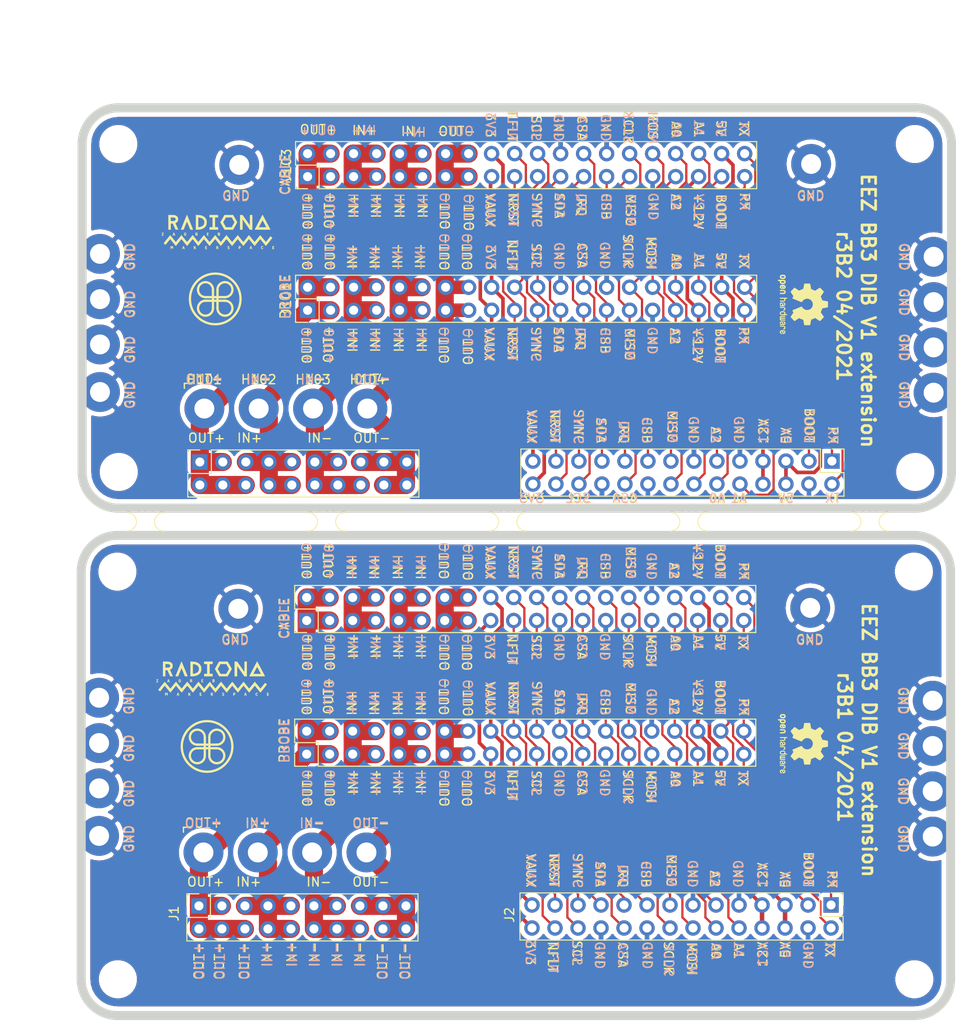
<source format=kicad_pcb>
(kicad_pcb (version 20171130) (host pcbnew 5.1.9+dfsg1-1~bpo10+1)
  (layers (0 F.Cu signal) (31 B.Cu signal) (34 B.Paste user) (35 F.Paste user) (36 B.SilkS user) (37 F.SilkS user) (38 B.Mask user) (39 F.Mask user) (44 Edge.Cuts user))
  (net 0 "")
  (net 1 5V)
  (net 2 OUT+)
  (net 3 IN+)
  (net 4 IN-)
  (net 5 OUT-)
  (net 6 +12V)
  (net 7 GND)
  (net 8 DIB_+3V3)
  (net 9 +VAUX)
  (net 10 DIB_NFAULT)
  (net 11 DIB_NRESET)
  (net 12 DIB_SCL)
  (net 13 DIB_SYNC)
  (net 14 DIB_SDA)
  (net 15 DIB_CSA)
  (net 16 DIB_IRQ)
  (net 17 DIB_CSB)
  (net 18 DIB_SCLK)
  (net 19 DIB_MISO)
  (net 20 DIB_MOSI)
  (net 21 DIB_A0)
  (net 22 DIB_A2)
  (net 23 DIB_A1)
  (net 24 DIB_BOOT)
  (net 25 UART_TX)
  (net 26 UART_RX)
  (net 27 _OUT+)
  (net 28 _IN+)
  (net 29 _IN-)
  (net 30 _OUT-)
  (net 31 _GND)
  (net 32 _UART_TX)
  (net 33 _UART_RX)
  (net 34 _5V)
  (net 35 BOOT)
  (net 36 A1)
  (net 37 _+12V)
  (net 38 A0)
  (net 39 A2)
  (net 40 MOSI)
  (net 41 SCLK)
  (net 42 MISO)
  (net 43 CSB)
  (net 44 CSA)
  (net 45 IRQ)
  (net 46 SDA)
  (net 47 SCL)
  (net 48 SYNC)
  (net 49 NFAULT)
  (net 50 NRESET)
  (net 51 +3V3)
  (net 52 _+VAUX)
  (module parts:SIGNATURE_5MM (layer F.Cu) (at 87.2 105.9)
    (fp_text reference EEZ_SIGNATURE hide)
    (fp_text value SIGNATURESMALL hide)
  )
  (module parts:SIGNATURE_5MM (layer F.Cu) (at 88.1 56.5)
    (fp_text reference EEZ_SIGNATURE hide)
    (fp_text value SIGNATURESMALL hide)
  )
  (module parts:radiona-small (layer F.Cu) (at 87.8 98.4)
    (fp_text reference G*** hide)
    (fp_text value LOGO hide)
  )
  (module parts:radiona-small (layer F.Cu) (at 88.4 49.1)
    (fp_text reference G*** hide)
    (fp_text value LOGO hide)
  )
  (module Symbol:OSHW-Logo2_7.3x6mm_SilkScreen (layer F.Cu) (at 153 105.6 270)
    (fp_text reference REF** hide)
    (fp_text value OSHW-Logo2_7.3x6mm_SilkScreen hide)
  )
  (module Symbol:OSHW-Logo2_7.3x6mm_SilkScreen (layer F.Cu) (at 153 57.1 270)
    (fp_text reference REF** hide)
    (fp_text value OSHW-Logo2_7.3x6mm_SilkScreen hide)
  )
  (module Connector_PinHeader_2.54mm:PinHeader_2x14_P2.54mm_Vertical (layer F.Cu) (at 156.1 123.4 270)
    (fp_text reference J2 (at 1.1 35.5 90) (layer F.SilkS))
    (fp_text value "28-pin module socket" hide)
    (pad 28 thru_hole oval (at 2.54 33.02 270) (size 1.7 1.7) (drill 1) (layers *.Cu *.Mask) (net 8 DIB_+3V3))
    (pad 27 thru_hole oval (at 0 33.02 270) (size 1.7 1.7) (drill 1) (layers *.Cu *.Mask) (net 9 +VAUX))
    (pad 26 thru_hole oval (at 2.54 30.48 270) (size 1.7 1.7) (drill 1) (layers *.Cu *.Mask) (net 10 DIB_NFAULT))
    (pad 25 thru_hole oval (at 0 30.48 270) (size 1.7 1.7) (drill 1) (layers *.Cu *.Mask) (net 11 DIB_NRESET))
    (pad 24 thru_hole oval (at 2.54 27.94 270) (size 1.7 1.7) (drill 1) (layers *.Cu *.Mask) (net 12 DIB_SCL))
    (pad 23 thru_hole oval (at 0 27.94 270) (size 1.7 1.7) (drill 1) (layers *.Cu *.Mask) (net 13 DIB_SYNC))
    (pad 22 thru_hole oval (at 2.54 25.4 270) (size 1.7 1.7) (drill 1) (layers *.Cu *.Mask) (net 7 GND))
    (pad 21 thru_hole oval (at 0 25.4 270) (size 1.7 1.7) (drill 1) (layers *.Cu *.Mask) (net 14 DIB_SDA))
    (pad 20 thru_hole oval (at 2.54 22.86 270) (size 1.7 1.7) (drill 1) (layers *.Cu *.Mask) (net 15 DIB_CSA))
    (pad 19 thru_hole oval (at 0 22.86 270) (size 1.7 1.7) (drill 1) (layers *.Cu *.Mask) (net 16 DIB_IRQ))
    (pad 18 thru_hole oval (at 2.54 20.32 270) (size 1.7 1.7) (drill 1) (layers *.Cu *.Mask) (net 7 GND))
    (pad 17 thru_hole oval (at 0 20.32 270) (size 1.7 1.7) (drill 1) (layers *.Cu *.Mask) (net 17 DIB_CSB))
    (pad 16 thru_hole oval (at 2.54 17.78 270) (size 1.7 1.7) (drill 1) (layers *.Cu *.Mask) (net 18 DIB_SCLK))
    (pad 15 thru_hole oval (at 0 17.78 270) (size 1.7 1.7) (drill 1) (layers *.Cu *.Mask) (net 19 DIB_MISO))
    (pad 14 thru_hole oval (at 2.54 15.24 270) (size 1.7 1.7) (drill 1) (layers *.Cu *.Mask) (net 20 DIB_MOSI))
    (pad 13 thru_hole oval (at 0 15.24 270) (size 1.7 1.7) (drill 1) (layers *.Cu *.Mask) (net 7 GND))
    (pad 12 thru_hole oval (at 2.54 12.7 270) (size 1.7 1.7) (drill 1) (layers *.Cu *.Mask) (net 21 DIB_A0))
    (pad 11 thru_hole oval (at 0 12.7 270) (size 1.7 1.7) (drill 1) (layers *.Cu *.Mask) (net 22 DIB_A2))
    (pad 10 thru_hole oval (at 2.54 10.16 270) (size 1.7 1.7) (drill 1) (layers *.Cu *.Mask) (net 23 DIB_A1))
    (pad 9 thru_hole oval (at 0 10.16 270) (size 1.7 1.7) (drill 1) (layers *.Cu *.Mask) (net 7 GND))
    (pad 8 thru_hole oval (at 2.54 7.62 270) (size 1.7 1.7) (drill 1) (layers *.Cu *.Mask) (net 6 +12V))
    (pad 7 thru_hole oval (at 0 7.62 270) (size 1.7 1.7) (drill 1) (layers *.Cu *.Mask) (net 6 +12V))
    (pad 6 thru_hole oval (at 2.54 5.08 270) (size 1.7 1.7) (drill 1) (layers *.Cu *.Mask) (net 1 5V))
    (pad 5 thru_hole oval (at 0 5.08 270) (size 1.7 1.7) (drill 1) (layers *.Cu *.Mask) (net 1 5V))
    (pad 4 thru_hole oval (at 2.54 2.54 270) (size 1.7 1.7) (drill 1) (layers *.Cu *.Mask) (net 7 GND))
    (pad 3 thru_hole oval (at 0 2.54 270) (size 1.7 1.7) (drill 1) (layers *.Cu *.Mask) (net 24 DIB_BOOT))
    (pad 2 thru_hole oval (at 2.54 0 270) (size 1.7 1.7) (drill 1) (layers *.Cu *.Mask) (net 25 UART_TX))
    (pad 1 thru_hole rect (at 0 0 270) (size 1.7 1.7) (drill 1) (layers *.Cu *.Mask) (net 26 UART_RX))
  )
  (module Connector_PinHeader_2.54mm:PinHeader_2x14_P2.54mm_Vertical (layer F.Cu) (at 156.2 74.4 270)
    (fp_text reference J104 hide)
    (fp_text value "28-pin module socket" hide)
    (pad 28 thru_hole oval (at 2.54 33.02 270) (size 1.7 1.7) (drill 1) (layers *.Cu *.Mask) (net 51 +3V3))
    (pad 27 thru_hole oval (at 0 33.02 270) (size 1.7 1.7) (drill 1) (layers *.Cu *.Mask) (net 52 _+VAUX))
    (pad 26 thru_hole oval (at 2.54 30.48 270) (size 1.7 1.7) (drill 1) (layers *.Cu *.Mask) (net 49 NFAULT))
    (pad 25 thru_hole oval (at 0 30.48 270) (size 1.7 1.7) (drill 1) (layers *.Cu *.Mask) (net 50 NRESET))
    (pad 24 thru_hole oval (at 2.54 27.94 270) (size 1.7 1.7) (drill 1) (layers *.Cu *.Mask) (net 47 SCL))
    (pad 23 thru_hole oval (at 0 27.94 270) (size 1.7 1.7) (drill 1) (layers *.Cu *.Mask) (net 48 SYNC))
    (pad 22 thru_hole oval (at 2.54 25.4 270) (size 1.7 1.7) (drill 1) (layers *.Cu *.Mask) (net 31 _GND))
    (pad 21 thru_hole oval (at 0 25.4 270) (size 1.7 1.7) (drill 1) (layers *.Cu *.Mask) (net 46 SDA))
    (pad 20 thru_hole oval (at 2.54 22.86 270) (size 1.7 1.7) (drill 1) (layers *.Cu *.Mask) (net 44 CSA))
    (pad 19 thru_hole oval (at 0 22.86 270) (size 1.7 1.7) (drill 1) (layers *.Cu *.Mask) (net 45 IRQ))
    (pad 18 thru_hole oval (at 2.54 20.32 270) (size 1.7 1.7) (drill 1) (layers *.Cu *.Mask) (net 31 _GND))
    (pad 17 thru_hole oval (at 0 20.32 270) (size 1.7 1.7) (drill 1) (layers *.Cu *.Mask) (net 43 CSB))
    (pad 16 thru_hole oval (at 2.54 17.78 270) (size 1.7 1.7) (drill 1) (layers *.Cu *.Mask) (net 41 SCLK))
    (pad 15 thru_hole oval (at 0 17.78 270) (size 1.7 1.7) (drill 1) (layers *.Cu *.Mask) (net 42 MISO))
    (pad 14 thru_hole oval (at 2.54 15.24 270) (size 1.7 1.7) (drill 1) (layers *.Cu *.Mask) (net 40 MOSI))
    (pad 13 thru_hole oval (at 0 15.24 270) (size 1.7 1.7) (drill 1) (layers *.Cu *.Mask) (net 31 _GND))
    (pad 12 thru_hole oval (at 2.54 12.7 270) (size 1.7 1.7) (drill 1) (layers *.Cu *.Mask) (net 38 A0))
    (pad 11 thru_hole oval (at 0 12.7 270) (size 1.7 1.7) (drill 1) (layers *.Cu *.Mask) (net 39 A2))
    (pad 10 thru_hole oval (at 2.54 10.16 270) (size 1.7 1.7) (drill 1) (layers *.Cu *.Mask) (net 36 A1))
    (pad 9 thru_hole oval (at 0 10.16 270) (size 1.7 1.7) (drill 1) (layers *.Cu *.Mask) (net 31 _GND))
    (pad 8 thru_hole oval (at 2.54 7.62 270) (size 1.7 1.7) (drill 1) (layers *.Cu *.Mask) (net 37 _+12V))
    (pad 7 thru_hole oval (at 0 7.62 270) (size 1.7 1.7) (drill 1) (layers *.Cu *.Mask) (net 37 _+12V))
    (pad 6 thru_hole oval (at 2.54 5.08 270) (size 1.7 1.7) (drill 1) (layers *.Cu *.Mask) (net 34 _5V))
    (pad 5 thru_hole oval (at 0 5.08 270) (size 1.7 1.7) (drill 1) (layers *.Cu *.Mask) (net 34 _5V))
    (pad 4 thru_hole oval (at 2.54 2.54 270) (size 1.7 1.7) (drill 1) (layers *.Cu *.Mask) (net 31 _GND))
    (pad 3 thru_hole oval (at 0 2.54 270) (size 1.7 1.7) (drill 1) (layers *.Cu *.Mask) (net 35 BOOT))
    (pad 2 thru_hole oval (at 2.54 0 270) (size 1.7 1.7) (drill 1) (layers *.Cu *.Mask) (net 32 _UART_TX))
    (pad 1 thru_hole rect (at 0 0 270) (size 1.7 1.7) (drill 1) (layers *.Cu *.Mask) (net 33 _UART_RX))
  )
  (module Connector_PinSocket_2.54mm:PinSocket_2x10_P2.54mm_Vertical (layer F.Cu) (at 86.3 123.5 90)
    (fp_text reference J1 (at -0.85 -2.75 90) (layer F.SilkS))
    (fp_text value "20-pin power socket" hide)
    (pad 20 thru_hole oval (at -2.54 22.86 90) (size 1.7 1.7) (drill 1) (layers *.Cu *.Mask) (net 5 OUT-))
    (pad 19 thru_hole oval (at 0 22.86 90) (size 1.7 1.7) (drill 1) (layers *.Cu *.Mask) (net 5 OUT-))
    (pad 18 thru_hole oval (at -2.54 20.32 90) (size 1.7 1.7) (drill 1) (layers *.Cu *.Mask) (net 5 OUT-))
    (pad 17 thru_hole oval (at 0 20.32 90) (size 1.7 1.7) (drill 1) (layers *.Cu *.Mask) (net 5 OUT-))
    (pad 16 thru_hole oval (at -2.54 17.78 90) (size 1.7 1.7) (drill 1) (layers *.Cu *.Mask) (net 4 IN-))
    (pad 15 thru_hole oval (at 0 17.78 90) (size 1.7 1.7) (drill 1) (layers *.Cu *.Mask) (net 5 OUT-))
    (pad 14 thru_hole oval (at -2.54 15.24 90) (size 1.7 1.7) (drill 1) (layers *.Cu *.Mask) (net 4 IN-))
    (pad 13 thru_hole oval (at 0 15.24 90) (size 1.7 1.7) (drill 1) (layers *.Cu *.Mask) (net 4 IN-))
    (pad 12 thru_hole oval (at -2.54 12.7 90) (size 1.7 1.7) (drill 1) (layers *.Cu *.Mask) (net 4 IN-))
    (pad 11 thru_hole oval (at 0 12.7 90) (size 1.7 1.7) (drill 1) (layers *.Cu *.Mask) (net 4 IN-))
    (pad 10 thru_hole oval (at -2.54 10.16 90) (size 1.7 1.7) (drill 1) (layers *.Cu *.Mask) (net 3 IN+))
    (pad 9 thru_hole oval (at 0 10.16 90) (size 1.7 1.7) (drill 1) (layers *.Cu *.Mask) (net 3 IN+))
    (pad 8 thru_hole oval (at -2.54 7.62 90) (size 1.7 1.7) (drill 1) (layers *.Cu *.Mask) (net 3 IN+))
    (pad 7 thru_hole oval (at 0 7.62 90) (size 1.7 1.7) (drill 1) (layers *.Cu *.Mask) (net 3 IN+))
    (pad 6 thru_hole oval (at -2.54 5.08 90) (size 1.7 1.7) (drill 1) (layers *.Cu *.Mask) (net 2 OUT+))
    (pad 5 thru_hole oval (at 0 5.08 90) (size 1.7 1.7) (drill 1) (layers *.Cu *.Mask) (net 3 IN+))
    (pad 4 thru_hole oval (at -2.54 2.54 90) (size 1.7 1.7) (drill 1) (layers *.Cu *.Mask) (net 2 OUT+))
    (pad 3 thru_hole oval (at 0 2.54 90) (size 1.7 1.7) (drill 1) (layers *.Cu *.Mask) (net 2 OUT+))
    (pad 2 thru_hole oval (at -2.54 0 90) (size 1.7 1.7) (drill 1) (layers *.Cu *.Mask) (net 2 OUT+))
    (pad 1 thru_hole rect (at 0 0 90) (size 1.7 1.7) (drill 1) (layers *.Cu *.Mask) (net 2 OUT+))
  )
  (module Connector_PinSocket_2.54mm:PinSocket_2x10_P2.54mm_Vertical (layer F.Cu) (at 86.4 74.5 90)
    (fp_text reference J102 hide)
    (fp_text value "20-pin power socket" hide)
    (pad 20 thru_hole oval (at -2.54 22.86 90) (size 1.7 1.7) (drill 1) (layers *.Cu *.Mask) (net 30 _OUT-))
    (pad 19 thru_hole oval (at 0 22.86 90) (size 1.7 1.7) (drill 1) (layers *.Cu *.Mask) (net 30 _OUT-))
    (pad 18 thru_hole oval (at -2.54 20.32 90) (size 1.7 1.7) (drill 1) (layers *.Cu *.Mask) (net 30 _OUT-))
    (pad 17 thru_hole oval (at 0 20.32 90) (size 1.7 1.7) (drill 1) (layers *.Cu *.Mask) (net 30 _OUT-))
    (pad 16 thru_hole oval (at -2.54 17.78 90) (size 1.7 1.7) (drill 1) (layers *.Cu *.Mask) (net 29 _IN-))
    (pad 15 thru_hole oval (at 0 17.78 90) (size 1.7 1.7) (drill 1) (layers *.Cu *.Mask) (net 30 _OUT-))
    (pad 14 thru_hole oval (at -2.54 15.24 90) (size 1.7 1.7) (drill 1) (layers *.Cu *.Mask) (net 29 _IN-))
    (pad 13 thru_hole oval (at 0 15.24 90) (size 1.7 1.7) (drill 1) (layers *.Cu *.Mask) (net 29 _IN-))
    (pad 12 thru_hole oval (at -2.54 12.7 90) (size 1.7 1.7) (drill 1) (layers *.Cu *.Mask) (net 29 _IN-))
    (pad 11 thru_hole oval (at 0 12.7 90) (size 1.7 1.7) (drill 1) (layers *.Cu *.Mask) (net 29 _IN-))
    (pad 10 thru_hole oval (at -2.54 10.16 90) (size 1.7 1.7) (drill 1) (layers *.Cu *.Mask) (net 28 _IN+))
    (pad 9 thru_hole oval (at 0 10.16 90) (size 1.7 1.7) (drill 1) (layers *.Cu *.Mask) (net 28 _IN+))
    (pad 8 thru_hole oval (at -2.54 7.62 90) (size 1.7 1.7) (drill 1) (layers *.Cu *.Mask) (net 28 _IN+))
    (pad 7 thru_hole oval (at 0 7.62 90) (size 1.7 1.7) (drill 1) (layers *.Cu *.Mask) (net 28 _IN+))
    (pad 6 thru_hole oval (at -2.54 5.08 90) (size 1.7 1.7) (drill 1) (layers *.Cu *.Mask) (net 27 _OUT+))
    (pad 5 thru_hole oval (at 0 5.08 90) (size 1.7 1.7) (drill 1) (layers *.Cu *.Mask) (net 28 _IN+))
    (pad 4 thru_hole oval (at -2.54 2.54 90) (size 1.7 1.7) (drill 1) (layers *.Cu *.Mask) (net 27 _OUT+))
    (pad 3 thru_hole oval (at 0 2.54 90) (size 1.7 1.7) (drill 1) (layers *.Cu *.Mask) (net 27 _OUT+))
    (pad 2 thru_hole oval (at -2.54 0 90) (size 1.7 1.7) (drill 1) (layers *.Cu *.Mask) (net 27 _OUT+))
    (pad 1 thru_hole rect (at 0 0 90) (size 1.7 1.7) (drill 1) (layers *.Cu *.Mask) (net 27 _OUT+))
  )
  (module parts:mouse-bite-2mm-slot (layer F.Cu) (at 160.4 81.1)
    (fp_text reference mouse-bite-2mm-slot hide)
    (fp_text value VAL** hide)
    (pad "" np_thru_hole circle (at 0.75 0.75) (size 0.5 0.5) (drill 0.5) (layers *.Cu *.Mask))
    (pad "" np_thru_hole circle (at -0.75 0.75) (size 0.5 0.5) (drill 0.5) (layers *.Cu *.Mask))
    (pad "" np_thru_hole circle (at -0.75 -0.75) (size 0.5 0.5) (drill 0.5) (layers *.Cu *.Mask))
    (pad "" np_thru_hole circle (at 0.75 -0.75) (size 0.5 0.5) (drill 0.5) (layers *.Cu *.Mask))
    (pad "" np_thru_hole circle (at 0 0.75) (size 0.5 0.5) (drill 0.5) (layers *.Cu *.Mask))
    (pad "" np_thru_hole circle (at 0 -0.75) (size 0.5 0.5) (drill 0.5) (layers *.Cu *.Mask))
  )
  (module parts:mouse-bite-2mm-slot (layer F.Cu) (at 140.4 81.1)
    (fp_text reference mouse-bite-2mm-slot hide)
    (fp_text value VAL** hide)
    (pad "" np_thru_hole circle (at 0 -0.75) (size 0.5 0.5) (drill 0.5) (layers *.Cu *.Mask))
    (pad "" np_thru_hole circle (at 0 0.75) (size 0.5 0.5) (drill 0.5) (layers *.Cu *.Mask))
    (pad "" np_thru_hole circle (at 0.75 -0.75) (size 0.5 0.5) (drill 0.5) (layers *.Cu *.Mask))
    (pad "" np_thru_hole circle (at -0.75 -0.75) (size 0.5 0.5) (drill 0.5) (layers *.Cu *.Mask))
    (pad "" np_thru_hole circle (at -0.75 0.75) (size 0.5 0.5) (drill 0.5) (layers *.Cu *.Mask))
    (pad "" np_thru_hole circle (at 0.75 0.75) (size 0.5 0.5) (drill 0.5) (layers *.Cu *.Mask))
  )
  (module parts:mouse-bite-2mm-slot (layer F.Cu) (at 120.4 81.1)
    (fp_text reference mouse-bite-2mm-slot hide)
    (fp_text value VAL** hide)
    (pad "" np_thru_hole circle (at 0.75 0.75) (size 0.5 0.5) (drill 0.5) (layers *.Cu *.Mask))
    (pad "" np_thru_hole circle (at -0.75 0.75) (size 0.5 0.5) (drill 0.5) (layers *.Cu *.Mask))
    (pad "" np_thru_hole circle (at -0.75 -0.75) (size 0.5 0.5) (drill 0.5) (layers *.Cu *.Mask))
    (pad "" np_thru_hole circle (at 0.75 -0.75) (size 0.5 0.5) (drill 0.5) (layers *.Cu *.Mask))
    (pad "" np_thru_hole circle (at 0 0.75) (size 0.5 0.5) (drill 0.5) (layers *.Cu *.Mask))
    (pad "" np_thru_hole circle (at 0 -0.75) (size 0.5 0.5) (drill 0.5) (layers *.Cu *.Mask))
  )
  (module parts:mouse-bite-2mm-slot (layer F.Cu) (at 100.4 81.1)
    (fp_text reference mouse-bite-2mm-slot hide)
    (fp_text value VAL** hide)
    (pad "" np_thru_hole circle (at 0 -0.75) (size 0.5 0.5) (drill 0.5) (layers *.Cu *.Mask))
    (pad "" np_thru_hole circle (at 0 0.75) (size 0.5 0.5) (drill 0.5) (layers *.Cu *.Mask))
    (pad "" np_thru_hole circle (at 0.75 -0.75) (size 0.5 0.5) (drill 0.5) (layers *.Cu *.Mask))
    (pad "" np_thru_hole circle (at -0.75 -0.75) (size 0.5 0.5) (drill 0.5) (layers *.Cu *.Mask))
    (pad "" np_thru_hole circle (at -0.75 0.75) (size 0.5 0.5) (drill 0.5) (layers *.Cu *.Mask))
    (pad "" np_thru_hole circle (at 0.75 0.75) (size 0.5 0.5) (drill 0.5) (layers *.Cu *.Mask))
  )
  (module parts:mouse-bite-2mm-slot (layer F.Cu) (at 80.4 81.1)
    (fp_text reference mouse-bite-2mm-slot hide)
    (fp_text value VAL** hide)
    (pad "" np_thru_hole circle (at 0.75 0.75) (size 0.5 0.5) (drill 0.5) (layers *.Cu *.Mask))
    (pad "" np_thru_hole circle (at -0.75 0.75) (size 0.5 0.5) (drill 0.5) (layers *.Cu *.Mask))
    (pad "" np_thru_hole circle (at -0.75 -0.75) (size 0.5 0.5) (drill 0.5) (layers *.Cu *.Mask))
    (pad "" np_thru_hole circle (at 0.75 -0.75) (size 0.5 0.5) (drill 0.5) (layers *.Cu *.Mask))
    (pad "" np_thru_hole circle (at 0 0.75) (size 0.5 0.5) (drill 0.5) (layers *.Cu *.Mask))
    (pad "" np_thru_hole circle (at 0 -0.75) (size 0.5 0.5) (drill 0.5) (layers *.Cu *.Mask))
  )
  (module MountingHole:MountingHole_2.2mm_M2_Pad (layer F.Cu) (at 167.425 51.85)
    (fp_text reference H5 hide)
    (fp_text value GND)
    (pad 1 thru_hole circle (at 0 0) (size 4.4 4.4) (drill 2.2) (layers *.Cu *.Mask) (net 31 _GND))
  )
  (module MountingHole:MountingHole_2.2mm_M2_Pad (layer F.Cu) (at 75.375 51.525)
    (fp_text reference H5 hide)
    (fp_text value GND)
    (pad 1 thru_hole circle (at 0 0) (size 4.4 4.4) (drill 2.2) (layers *.Cu *.Mask) (net 31 _GND))
  )
  (module MountingHole:MountingHole_2.2mm_M2_Pad (layer F.Cu) (at 75.375 56.525)
    (fp_text reference H5 hide)
    (fp_text value GND)
    (pad 1 thru_hole circle (at 0 0) (size 4.4 4.4) (drill 2.2) (layers *.Cu *.Mask) (net 31 _GND))
  )
  (module MountingHole:MountingHole_2.2mm_M2_Pad (layer F.Cu) (at 75.375 61.525)
    (fp_text reference H5 hide)
    (fp_text value GND)
    (pad 1 thru_hole circle (at 0 0) (size 4.4 4.4) (drill 2.2) (layers *.Cu *.Mask) (net 31 _GND))
  )
  (module MountingHole:MountingHole_2.2mm_M2_Pad (layer F.Cu) (at 75.375 66.775)
    (fp_text reference H5 hide)
    (fp_text value GND)
    (pad 1 thru_hole circle (at 0 0) (size 4.4 4.4) (drill 2.2) (layers *.Cu *.Mask) (net 31 _GND))
  )
  (module MountingHole:MountingHole_2.2mm_M2_Pad (layer F.Cu) (at 167.425 66.85)
    (fp_text reference H5 hide)
    (fp_text value GND)
    (pad 1 thru_hole circle (at 0 0) (size 4.4 4.4) (drill 2.2) (layers *.Cu *.Mask) (net 31 _GND))
  )
  (module MountingHole:MountingHole_2.2mm_M2_Pad (layer F.Cu) (at 167.425 61.85)
    (fp_text reference H5 hide)
    (fp_text value GND)
    (pad 1 thru_hole circle (at 0 0) (size 4.4 4.4) (drill 2.2) (layers *.Cu *.Mask) (net 31 _GND))
  )
  (module MountingHole:MountingHole_2.2mm_M2_Pad (layer F.Cu) (at 167.425 56.85)
    (fp_text reference H5 hide)
    (fp_text value GND)
    (pad 1 thru_hole circle (at 0 0) (size 4.4 4.4) (drill 2.2) (layers *.Cu *.Mask) (net 31 _GND))
  )
  (module MountingHole:MountingHole_2.2mm_M2_Pad (layer F.Cu) (at 75.275 100.525)
    (fp_text reference H5 hide)
    (fp_text value GND)
    (pad 1 thru_hole circle (at 0 0) (size 4.4 4.4) (drill 2.2) (layers *.Cu *.Mask) (net 7 GND))
  )
  (module MountingHole:MountingHole_2.2mm_M2_Pad (layer F.Cu) (at 75.275 105.525)
    (fp_text reference H5 hide)
    (fp_text value GND)
    (pad 1 thru_hole circle (at 0 0) (size 4.4 4.4) (drill 2.2) (layers *.Cu *.Mask) (net 7 GND))
  )
  (module MountingHole:MountingHole_2.2mm_M2_Pad (layer F.Cu) (at 75.275 110.525)
    (fp_text reference H5 hide)
    (fp_text value GND)
    (pad 1 thru_hole circle (at 0 0) (size 4.4 4.4) (drill 2.2) (layers *.Cu *.Mask) (net 7 GND))
  )
  (module MountingHole:MountingHole_2.2mm_M2_Pad (layer F.Cu) (at 75.275 115.775)
    (fp_text reference H5 hide)
    (fp_text value GND)
    (pad 1 thru_hole circle (at 0 0) (size 4.4 4.4) (drill 2.2) (layers *.Cu *.Mask) (net 7 GND))
  )
  (module MountingHole:MountingHole_2.2mm_M2_Pad (layer F.Cu) (at 167.325 115.85)
    (fp_text reference H5 hide)
    (fp_text value GND)
    (pad 1 thru_hole circle (at 0 0) (size 4.4 4.4) (drill 2.2) (layers *.Cu *.Mask) (net 7 GND))
  )
  (module MountingHole:MountingHole_2.2mm_M2_Pad (layer F.Cu) (at 167.325 110.85)
    (fp_text reference H5 hide)
    (fp_text value GND)
    (pad 1 thru_hole circle (at 0 0) (size 4.4 4.4) (drill 2.2) (layers *.Cu *.Mask) (net 7 GND))
  )
  (module MountingHole:MountingHole_2.2mm_M2_Pad (layer F.Cu) (at 167.325 105.85)
    (fp_text reference H5 hide)
    (fp_text value GND)
    (pad 1 thru_hole circle (at 0 0) (size 4.4 4.4) (drill 2.2) (layers *.Cu *.Mask) (net 7 GND))
  )
  (module MountingHole:MountingHole_2.2mm_M2_Pad (layer F.Cu) (at 167.325 100.85)
    (fp_text reference H5 hide)
    (fp_text value GND)
    (pad 1 thru_hole circle (at 0 0) (size 4.4 4.4) (drill 2.2) (layers *.Cu *.Mask) (net 7 GND))
  )
  (module Connector_PinHeader_2.54mm:PinHeader_2x20_P2.54mm_Vertical (layer F.Cu) (at 98.2 106.75 90)
    (fp_text reference J3 hide)
    (fp_text value PROBE)
    (pad 1 thru_hole rect (at 0 0 90) (size 1.7 1.7) (drill 1) (layers *.Cu *.Mask) (net 2 OUT+))
    (pad 2 thru_hole oval (at 2.54 0 90) (size 1.7 1.7) (drill 1) (layers *.Cu *.Mask) (net 2 OUT+))
    (pad 3 thru_hole oval (at 0 2.54 90) (size 1.7 1.7) (drill 1) (layers *.Cu *.Mask) (net 2 OUT+))
    (pad 4 thru_hole oval (at 2.54 2.54 90) (size 1.7 1.7) (drill 1) (layers *.Cu *.Mask) (net 2 OUT+))
    (pad 5 thru_hole oval (at 0 5.08 90) (size 1.7 1.7) (drill 1) (layers *.Cu *.Mask) (net 3 IN+))
    (pad 6 thru_hole oval (at 2.54 5.08 90) (size 1.7 1.7) (drill 1) (layers *.Cu *.Mask) (net 3 IN+))
    (pad 7 thru_hole oval (at 0 7.62 90) (size 1.7 1.7) (drill 1) (layers *.Cu *.Mask) (net 3 IN+))
    (pad 8 thru_hole oval (at 2.54 7.62 90) (size 1.7 1.7) (drill 1) (layers *.Cu *.Mask) (net 3 IN+))
    (pad 9 thru_hole oval (at 0 10.16 90) (size 1.7 1.7) (drill 1) (layers *.Cu *.Mask) (net 4 IN-))
    (pad 10 thru_hole oval (at 2.54 10.16 90) (size 1.7 1.7) (drill 1) (layers *.Cu *.Mask) (net 4 IN-))
    (pad 11 thru_hole oval (at 0 12.7 90) (size 1.7 1.7) (drill 1) (layers *.Cu *.Mask) (net 4 IN-))
    (pad 12 thru_hole oval (at 2.54 12.7 90) (size 1.7 1.7) (drill 1) (layers *.Cu *.Mask) (net 4 IN-))
    (pad 13 thru_hole oval (at 0 15.24 90) (size 1.7 1.7) (drill 1) (layers *.Cu *.Mask) (net 5 OUT-))
    (pad 14 thru_hole oval (at 2.54 15.24 90) (size 1.7 1.7) (drill 1) (layers *.Cu *.Mask) (net 5 OUT-))
    (pad 15 thru_hole oval (at 0 17.78 90) (size 1.7 1.7) (drill 1) (layers *.Cu *.Mask) (net 5 OUT-))
    (pad 16 thru_hole oval (at 2.54 17.78 90) (size 1.7 1.7) (drill 1) (layers *.Cu *.Mask) (net 5 OUT-))
    (pad 17 thru_hole oval (at 0 20.32 90) (size 1.7 1.7) (drill 1) (layers *.Cu *.Mask) (net 8 DIB_+3V3))
    (pad 18 thru_hole oval (at 2.54 20.32 90) (size 1.7 1.7) (drill 1) (layers *.Cu *.Mask) (net 9 +VAUX))
    (pad 19 thru_hole oval (at 0 22.86 90) (size 1.7 1.7) (drill 1) (layers *.Cu *.Mask) (net 10 DIB_NFAULT))
    (pad 20 thru_hole oval (at 2.54 22.86 90) (size 1.7 1.7) (drill 1) (layers *.Cu *.Mask) (net 11 DIB_NRESET))
    (pad 21 thru_hole oval (at 0 25.4 90) (size 1.7 1.7) (drill 1) (layers *.Cu *.Mask) (net 12 DIB_SCL))
    (pad 22 thru_hole oval (at 2.54 25.4 90) (size 1.7 1.7) (drill 1) (layers *.Cu *.Mask) (net 13 DIB_SYNC))
    (pad 23 thru_hole oval (at 0 27.94 90) (size 1.7 1.7) (drill 1) (layers *.Cu *.Mask) (net 7 GND))
    (pad 24 thru_hole oval (at 2.54 27.94 90) (size 1.7 1.7) (drill 1) (layers *.Cu *.Mask) (net 14 DIB_SDA))
    (pad 25 thru_hole oval (at 0 30.48 90) (size 1.7 1.7) (drill 1) (layers *.Cu *.Mask) (net 15 DIB_CSA))
    (pad 26 thru_hole oval (at 2.54 30.48 90) (size 1.7 1.7) (drill 1) (layers *.Cu *.Mask) (net 16 DIB_IRQ))
    (pad 27 thru_hole oval (at 0 33.02 90) (size 1.7 1.7) (drill 1) (layers *.Cu *.Mask) (net 7 GND))
    (pad 28 thru_hole oval (at 2.54 33.02 90) (size 1.7 1.7) (drill 1) (layers *.Cu *.Mask) (net 17 DIB_CSB))
    (pad 29 thru_hole oval (at 0 35.56 90) (size 1.7 1.7) (drill 1) (layers *.Cu *.Mask) (net 18 DIB_SCLK))
    (pad 30 thru_hole oval (at 2.54 35.56 90) (size 1.7 1.7) (drill 1) (layers *.Cu *.Mask) (net 19 DIB_MISO))
    (pad 31 thru_hole oval (at 0 38.1 90) (size 1.7 1.7) (drill 1) (layers *.Cu *.Mask) (net 20 DIB_MOSI))
    (pad 32 thru_hole oval (at 2.54 38.1 90) (size 1.7 1.7) (drill 1) (layers *.Cu *.Mask) (net 7 GND))
    (pad 33 thru_hole oval (at 0 40.64 90) (size 1.7 1.7) (drill 1) (layers *.Cu *.Mask) (net 21 DIB_A0))
    (pad 34 thru_hole oval (at 2.54 40.64 90) (size 1.7 1.7) (drill 1) (layers *.Cu *.Mask) (net 22 DIB_A2))
    (pad 35 thru_hole oval (at 0 43.18 90) (size 1.7 1.7) (drill 1) (layers *.Cu *.Mask) (net 23 DIB_A1))
    (pad 36 thru_hole oval (at 2.54 43.18 90) (size 1.7 1.7) (drill 1) (layers *.Cu *.Mask) (net 6 +12V))
    (pad 37 thru_hole oval (at 0 45.72 90) (size 1.7 1.7) (drill 1) (layers *.Cu *.Mask) (net 1 5V))
    (pad 38 thru_hole oval (at 2.54 45.72 90) (size 1.7 1.7) (drill 1) (layers *.Cu *.Mask) (net 24 DIB_BOOT))
    (pad 39 thru_hole oval (at 0 48.26 90) (size 1.7 1.7) (drill 1) (layers *.Cu *.Mask) (net 25 UART_TX))
    (pad 40 thru_hole oval (at 2.54 48.26 90) (size 1.7 1.7) (drill 1) (layers *.Cu *.Mask) (net 26 UART_RX))
  )
  (module Connector_PinHeader_2.54mm:PinHeader_2x20_P2.54mm_Vertical (layer F.Cu) (at 98.2 92 90)
    (fp_text reference J4 hide)
    (fp_text value CABLE)
    (pad 40 thru_hole oval (at 2.54 48.26 90) (size 1.7 1.7) (drill 1) (layers *.Cu *.Mask) (net 26 UART_RX))
    (pad 39 thru_hole oval (at 0 48.26 90) (size 1.7 1.7) (drill 1) (layers *.Cu *.Mask) (net 25 UART_TX))
    (pad 38 thru_hole oval (at 2.54 45.72 90) (size 1.7 1.7) (drill 1) (layers *.Cu *.Mask) (net 24 DIB_BOOT))
    (pad 37 thru_hole oval (at 0 45.72 90) (size 1.7 1.7) (drill 1) (layers *.Cu *.Mask) (net 1 5V))
    (pad 36 thru_hole oval (at 2.54 43.18 90) (size 1.7 1.7) (drill 1) (layers *.Cu *.Mask) (net 6 +12V))
    (pad 35 thru_hole oval (at 0 43.18 90) (size 1.7 1.7) (drill 1) (layers *.Cu *.Mask) (net 23 DIB_A1))
    (pad 34 thru_hole oval (at 2.54 40.64 90) (size 1.7 1.7) (drill 1) (layers *.Cu *.Mask) (net 22 DIB_A2))
    (pad 33 thru_hole oval (at 0 40.64 90) (size 1.7 1.7) (drill 1) (layers *.Cu *.Mask) (net 21 DIB_A0))
    (pad 32 thru_hole oval (at 2.54 38.1 90) (size 1.7 1.7) (drill 1) (layers *.Cu *.Mask) (net 7 GND))
    (pad 31 thru_hole oval (at 0 38.1 90) (size 1.7 1.7) (drill 1) (layers *.Cu *.Mask) (net 20 DIB_MOSI))
    (pad 30 thru_hole oval (at 2.54 35.56 90) (size 1.7 1.7) (drill 1) (layers *.Cu *.Mask) (net 19 DIB_MISO))
    (pad 29 thru_hole oval (at 0 35.56 90) (size 1.7 1.7) (drill 1) (layers *.Cu *.Mask) (net 18 DIB_SCLK))
    (pad 28 thru_hole oval (at 2.54 33.02 90) (size 1.7 1.7) (drill 1) (layers *.Cu *.Mask) (net 17 DIB_CSB))
    (pad 27 thru_hole oval (at 0 33.02 90) (size 1.7 1.7) (drill 1) (layers *.Cu *.Mask) (net 7 GND))
    (pad 26 thru_hole oval (at 2.54 30.48 90) (size 1.7 1.7) (drill 1) (layers *.Cu *.Mask) (net 16 DIB_IRQ))
    (pad 25 thru_hole oval (at 0 30.48 90) (size 1.7 1.7) (drill 1) (layers *.Cu *.Mask) (net 15 DIB_CSA))
    (pad 24 thru_hole oval (at 2.54 27.94 90) (size 1.7 1.7) (drill 1) (layers *.Cu *.Mask) (net 14 DIB_SDA))
    (pad 23 thru_hole oval (at 0 27.94 90) (size 1.7 1.7) (drill 1) (layers *.Cu *.Mask) (net 7 GND))
    (pad 22 thru_hole oval (at 2.54 25.4 90) (size 1.7 1.7) (drill 1) (layers *.Cu *.Mask) (net 13 DIB_SYNC))
    (pad 21 thru_hole oval (at 0 25.4 90) (size 1.7 1.7) (drill 1) (layers *.Cu *.Mask) (net 12 DIB_SCL))
    (pad 20 thru_hole oval (at 2.54 22.86 90) (size 1.7 1.7) (drill 1) (layers *.Cu *.Mask) (net 11 DIB_NRESET))
    (pad 19 thru_hole oval (at 0 22.86 90) (size 1.7 1.7) (drill 1) (layers *.Cu *.Mask) (net 10 DIB_NFAULT))
    (pad 18 thru_hole oval (at 2.54 20.32 90) (size 1.7 1.7) (drill 1) (layers *.Cu *.Mask) (net 9 +VAUX))
    (pad 17 thru_hole oval (at 0 20.32 90) (size 1.7 1.7) (drill 1) (layers *.Cu *.Mask) (net 8 DIB_+3V3))
    (pad 16 thru_hole oval (at 2.54 17.78 90) (size 1.7 1.7) (drill 1) (layers *.Cu *.Mask) (net 5 OUT-))
    (pad 15 thru_hole oval (at 0 17.78 90) (size 1.7 1.7) (drill 1) (layers *.Cu *.Mask) (net 5 OUT-))
    (pad 14 thru_hole oval (at 2.54 15.24 90) (size 1.7 1.7) (drill 1) (layers *.Cu *.Mask) (net 5 OUT-))
    (pad 13 thru_hole oval (at 0 15.24 90) (size 1.7 1.7) (drill 1) (layers *.Cu *.Mask) (net 5 OUT-))
    (pad 12 thru_hole oval (at 2.54 12.7 90) (size 1.7 1.7) (drill 1) (layers *.Cu *.Mask) (net 4 IN-))
    (pad 11 thru_hole oval (at 0 12.7 90) (size 1.7 1.7) (drill 1) (layers *.Cu *.Mask) (net 4 IN-))
    (pad 10 thru_hole oval (at 2.54 10.16 90) (size 1.7 1.7) (drill 1) (layers *.Cu *.Mask) (net 4 IN-))
    (pad 9 thru_hole oval (at 0 10.16 90) (size 1.7 1.7) (drill 1) (layers *.Cu *.Mask) (net 4 IN-))
    (pad 8 thru_hole oval (at 2.54 7.62 90) (size 1.7 1.7) (drill 1) (layers *.Cu *.Mask) (net 3 IN+))
    (pad 7 thru_hole oval (at 0 7.62 90) (size 1.7 1.7) (drill 1) (layers *.Cu *.Mask) (net 3 IN+))
    (pad 6 thru_hole oval (at 2.54 5.08 90) (size 1.7 1.7) (drill 1) (layers *.Cu *.Mask) (net 3 IN+))
    (pad 5 thru_hole oval (at 0 5.08 90) (size 1.7 1.7) (drill 1) (layers *.Cu *.Mask) (net 3 IN+))
    (pad 4 thru_hole oval (at 2.54 2.54 90) (size 1.7 1.7) (drill 1) (layers *.Cu *.Mask) (net 2 OUT+))
    (pad 3 thru_hole oval (at 0 2.54 90) (size 1.7 1.7) (drill 1) (layers *.Cu *.Mask) (net 2 OUT+))
    (pad 2 thru_hole oval (at 2.54 0 90) (size 1.7 1.7) (drill 1) (layers *.Cu *.Mask) (net 2 OUT+))
    (pad 1 thru_hole rect (at 0 0 90) (size 1.7 1.7) (drill 1) (layers *.Cu *.Mask) (net 2 OUT+))
  )
  (module MountingHole:MountingHole_2.2mm_M2_Pad (layer F.Cu) (at 86.8 117.6)
    (fp_text reference H1 hide)
    (fp_text value OUT+ hide)
    (pad 1 thru_hole circle (at 0 0) (size 4.4 4.4) (drill 2.2) (layers *.Cu *.Mask) (net 2 OUT+))
  )
  (module MountingHole:MountingHole_2.2mm_M2_Pad (layer F.Cu) (at 92.8 117.6)
    (fp_text reference H2 hide)
    (fp_text value IN+ hide)
    (pad 1 thru_hole circle (at 0 0) (size 4.4 4.4) (drill 2.2) (layers *.Cu *.Mask) (net 3 IN+))
  )
  (module MountingHole:MountingHole_2.2mm_M2_Pad (layer F.Cu) (at 98.8 117.6)
    (fp_text reference H3 hide)
    (fp_text value IN- hide)
    (pad 1 thru_hole circle (at 0 0) (size 4.4 4.4) (drill 2.2) (layers *.Cu *.Mask) (net 4 IN-))
  )
  (module MountingHole:MountingHole_2.2mm_M2_Pad (layer F.Cu) (at 104.8 117.6)
    (fp_text reference H4 hide)
    (fp_text value OUT- hide)
    (pad 1 thru_hole circle (at 0 0) (size 4.4 4.4) (drill 2.2) (layers *.Cu *.Mask) (net 5 OUT-))
  )
  (module MountingHole:MountingHole_2.2mm_M2_Pad (layer F.Cu) (at 153.8 90.6)
    (fp_text reference H5 hide)
    (fp_text value GND)
    (pad 1 thru_hole circle (at 0 0) (size 4.4 4.4) (drill 2.2) (layers *.Cu *.Mask) (net 7 GND))
  )
  (module MountingHole:MountingHole_2.2mm_M2_Pad (layer F.Cu) (at 90.65 90.7)
    (fp_text reference H6 hide)
    (fp_text value GND)
    (pad 1 thru_hole circle (at 0 0) (size 4.4 4.4) (drill 2.2) (layers *.Cu *.Mask) (net 7 GND))
  )
  (module MountingHole:MountingHole_3.2mm_M3 (layer F.Cu) (at 77.3 86.6)
    (fp_text reference H7 hide)
    (fp_text value MH hide)
    (pad 1 np_thru_hole circle (at 0 0) (size 3.2 3.2) (drill 3.2) (layers *.Cu *.Mask))
  )
  (module MountingHole:MountingHole_3.2mm_M3 (layer F.Cu) (at 77.35 131.6)
    (fp_text reference H8 hide)
    (fp_text value MH hide)
    (pad 1 np_thru_hole circle (at 0 0) (size 3.2 3.2) (drill 3.2) (layers *.Cu *.Mask))
  )
  (module MountingHole:MountingHole_3.2mm_M3 (layer F.Cu) (at 165.25 86.6)
    (fp_text reference H9 hide)
    (fp_text value MH hide)
    (pad 1 np_thru_hole circle (at 0 0) (size 3.2 3.2) (drill 3.2) (layers *.Cu *.Mask))
  )
  (module MountingHole:MountingHole_3.2mm_M3 (layer F.Cu) (at 165.3 131.6)
    (fp_text reference H10 hide)
    (fp_text value MH hide)
    (pad 1 np_thru_hole circle (at 0 0) (size 3.2 3.2) (drill 3.2) (layers *.Cu *.Mask))
  )
  (module MountingHole:MountingHole_2.2mm_M2_Pad (layer F.Cu) (at 86.9 68.6)
    (fp_text reference H101 (at 0 -3.2) (layer F.SilkS))
    (fp_text value OUT+ hide)
    (pad 1 thru_hole circle (at 0 0) (size 4.4 4.4) (drill 2.2) (layers *.Cu *.Mask) (net 27 _OUT+))
  )
  (module MountingHole:MountingHole_2.2mm_M2_Pad (layer F.Cu) (at 92.9 68.6)
    (fp_text reference H102 (at 0 -3.2) (layer F.SilkS))
    (fp_text value IN+ hide)
    (pad 1 thru_hole circle (at 0 0) (size 4.4 4.4) (drill 2.2) (layers *.Cu *.Mask) (net 28 _IN+))
  )
  (module MountingHole:MountingHole_2.2mm_M2_Pad (layer F.Cu) (at 98.9 68.6)
    (fp_text reference H103 (at 0 -3.2) (layer F.SilkS))
    (fp_text value IN- hide)
    (pad 1 thru_hole circle (at 0 0) (size 4.4 4.4) (drill 2.2) (layers *.Cu *.Mask) (net 29 _IN-))
  )
  (module MountingHole:MountingHole_2.2mm_M2_Pad (layer F.Cu) (at 104.9 68.6)
    (fp_text reference H104 (at 0 -3.2) (layer F.SilkS))
    (fp_text value OUT- hide)
    (pad 1 thru_hole circle (at 0 0) (size 4.4 4.4) (drill 2.2) (layers *.Cu *.Mask) (net 30 _OUT-))
  )
  (module MountingHole:MountingHole_3.2mm_M3 (layer F.Cu) (at 77.4 39.4)
    (fp_text reference H105 hide)
    (fp_text value MH hide)
    (pad 1 np_thru_hole circle (at 0 0) (size 3.2 3.2) (drill 3.2) (layers *.Cu *.Mask))
  )
  (module MountingHole:MountingHole_2.2mm_M2_Pad (layer F.Cu) (at 90.75 41.7)
    (fp_text reference H106 hide)
    (fp_text value _GND hide)
    (pad 1 thru_hole circle (at 0 0) (size 4.4 4.4) (drill 2.2) (layers *.Cu *.Mask) (net 31 _GND))
  )
  (module MountingHole:MountingHole_2.2mm_M2_Pad (layer F.Cu) (at 153.9 41.6)
    (fp_text reference H107 hide)
    (fp_text value _GND hide)
    (pad 1 thru_hole circle (at 0 0) (size 4.4 4.4) (drill 2.2) (layers *.Cu *.Mask) (net 31 _GND))
  )
  (module MountingHole:MountingHole_3.2mm_M3 (layer F.Cu) (at 77.45 75.6)
    (fp_text reference H108 hide)
    (fp_text value MH hide)
    (pad 1 np_thru_hole circle (at 0 0) (size 3.2 3.2) (drill 3.2) (layers *.Cu *.Mask))
  )
  (module MountingHole:MountingHole_3.2mm_M3 (layer F.Cu) (at 165.35 39.4)
    (fp_text reference H109 hide)
    (fp_text value MH hide)
    (pad 1 np_thru_hole circle (at 0 0) (size 3.2 3.2) (drill 3.2) (layers *.Cu *.Mask))
  )
  (module MountingHole:MountingHole_3.2mm_M3 (layer F.Cu) (at 165.4 75.6)
    (fp_text reference H110 hide)
    (fp_text value MH hide)
    (pad 1 np_thru_hole circle (at 0 0) (size 3.2 3.2) (drill 3.2) (layers *.Cu *.Mask))
  )
  (module Connector_PinHeader_2.54mm:PinHeader_2x20_P2.54mm_Vertical (layer F.Cu) (at 98.3 57.75 90)
    (fp_text reference J101 (at 1.27 -2.33 90) (layer F.SilkS))
    (fp_text value PROBE)
    (pad 40 thru_hole oval (at 2.54 48.26 90) (size 1.7 1.7) (drill 1) (layers *.Cu *.Mask) (net 32 _UART_TX))
    (pad 39 thru_hole oval (at 0 48.26 90) (size 1.7 1.7) (drill 1) (layers *.Cu *.Mask) (net 33 _UART_RX))
    (pad 38 thru_hole oval (at 2.54 45.72 90) (size 1.7 1.7) (drill 1) (layers *.Cu *.Mask) (net 34 _5V))
    (pad 37 thru_hole oval (at 0 45.72 90) (size 1.7 1.7) (drill 1) (layers *.Cu *.Mask) (net 35 BOOT))
    (pad 36 thru_hole oval (at 2.54 43.18 90) (size 1.7 1.7) (drill 1) (layers *.Cu *.Mask) (net 36 A1))
    (pad 35 thru_hole oval (at 0 43.18 90) (size 1.7 1.7) (drill 1) (layers *.Cu *.Mask) (net 37 _+12V))
    (pad 34 thru_hole oval (at 2.54 40.64 90) (size 1.7 1.7) (drill 1) (layers *.Cu *.Mask) (net 38 A0))
    (pad 33 thru_hole oval (at 0 40.64 90) (size 1.7 1.7) (drill 1) (layers *.Cu *.Mask) (net 39 A2))
    (pad 32 thru_hole oval (at 2.54 38.1 90) (size 1.7 1.7) (drill 1) (layers *.Cu *.Mask) (net 40 MOSI))
    (pad 31 thru_hole oval (at 0 38.1 90) (size 1.7 1.7) (drill 1) (layers *.Cu *.Mask) (net 31 _GND))
    (pad 30 thru_hole oval (at 2.54 35.56 90) (size 1.7 1.7) (drill 1) (layers *.Cu *.Mask) (net 41 SCLK))
    (pad 29 thru_hole oval (at 0 35.56 90) (size 1.7 1.7) (drill 1) (layers *.Cu *.Mask) (net 42 MISO))
    (pad 28 thru_hole oval (at 2.54 33.02 90) (size 1.7 1.7) (drill 1) (layers *.Cu *.Mask) (net 31 _GND))
    (pad 27 thru_hole oval (at 0 33.02 90) (size 1.7 1.7) (drill 1) (layers *.Cu *.Mask) (net 43 CSB))
    (pad 26 thru_hole oval (at 2.54 30.48 90) (size 1.7 1.7) (drill 1) (layers *.Cu *.Mask) (net 44 CSA))
    (pad 25 thru_hole oval (at 0 30.48 90) (size 1.7 1.7) (drill 1) (layers *.Cu *.Mask) (net 45 IRQ))
    (pad 24 thru_hole oval (at 2.54 27.94 90) (size 1.7 1.7) (drill 1) (layers *.Cu *.Mask) (net 31 _GND))
    (pad 23 thru_hole oval (at 0 27.94 90) (size 1.7 1.7) (drill 1) (layers *.Cu *.Mask) (net 46 SDA))
    (pad 22 thru_hole oval (at 2.54 25.4 90) (size 1.7 1.7) (drill 1) (layers *.Cu *.Mask) (net 47 SCL))
    (pad 21 thru_hole oval (at 0 25.4 90) (size 1.7 1.7) (drill 1) (layers *.Cu *.Mask) (net 48 SYNC))
    (pad 20 thru_hole oval (at 2.54 22.86 90) (size 1.7 1.7) (drill 1) (layers *.Cu *.Mask) (net 49 NFAULT))
    (pad 19 thru_hole oval (at 0 22.86 90) (size 1.7 1.7) (drill 1) (layers *.Cu *.Mask) (net 50 NRESET))
    (pad 18 thru_hole oval (at 2.54 20.32 90) (size 1.7 1.7) (drill 1) (layers *.Cu *.Mask) (net 51 +3V3))
    (pad 17 thru_hole oval (at 0 20.32 90) (size 1.7 1.7) (drill 1) (layers *.Cu *.Mask) (net 52 _+VAUX))
    (pad 16 thru_hole oval (at 2.54 17.78 90) (size 1.7 1.7) (drill 1) (layers *.Cu *.Mask) (net 30 _OUT-))
    (pad 15 thru_hole oval (at 0 17.78 90) (size 1.7 1.7) (drill 1) (layers *.Cu *.Mask) (net 30 _OUT-))
    (pad 14 thru_hole oval (at 2.54 15.24 90) (size 1.7 1.7) (drill 1) (layers *.Cu *.Mask) (net 30 _OUT-))
    (pad 13 thru_hole oval (at 0 15.24 90) (size 1.7 1.7) (drill 1) (layers *.Cu *.Mask) (net 30 _OUT-))
    (pad 12 thru_hole oval (at 2.54 12.7 90) (size 1.7 1.7) (drill 1) (layers *.Cu *.Mask) (net 29 _IN-))
    (pad 11 thru_hole oval (at 0 12.7 90) (size 1.7 1.7) (drill 1) (layers *.Cu *.Mask) (net 29 _IN-))
    (pad 10 thru_hole oval (at 2.54 10.16 90) (size 1.7 1.7) (drill 1) (layers *.Cu *.Mask) (net 29 _IN-))
    (pad 9 thru_hole oval (at 0 10.16 90) (size 1.7 1.7) (drill 1) (layers *.Cu *.Mask) (net 29 _IN-))
    (pad 8 thru_hole oval (at 2.54 7.62 90) (size 1.7 1.7) (drill 1) (layers *.Cu *.Mask) (net 28 _IN+))
    (pad 7 thru_hole oval (at 0 7.62 90) (size 1.7 1.7) (drill 1) (layers *.Cu *.Mask) (net 28 _IN+))
    (pad 6 thru_hole oval (at 2.54 5.08 90) (size 1.7 1.7) (drill 1) (layers *.Cu *.Mask) (net 28 _IN+))
    (pad 5 thru_hole oval (at 0 5.08 90) (size 1.7 1.7) (drill 1) (layers *.Cu *.Mask) (net 28 _IN+))
    (pad 4 thru_hole oval (at 2.54 2.54 90) (size 1.7 1.7) (drill 1) (layers *.Cu *.Mask) (net 27 _OUT+))
    (pad 3 thru_hole oval (at 0 2.54 90) (size 1.7 1.7) (drill 1) (layers *.Cu *.Mask) (net 27 _OUT+))
    (pad 2 thru_hole oval (at 2.54 0 90) (size 1.7 1.7) (drill 1) (layers *.Cu *.Mask) (net 27 _OUT+))
    (pad 1 thru_hole rect (at 0 0 90) (size 1.7 1.7) (drill 1) (layers *.Cu *.Mask) (net 27 _OUT+))
  )
  (module Connector_PinHeader_2.54mm:PinHeader_2x20_P2.54mm_Vertical (layer F.Cu) (at 98.3 43 90)
    (fp_text reference J103 (at 1.27 -2.33 90) (layer F.SilkS))
    (fp_text value CABLE)
    (pad 1 thru_hole rect (at 0 0 90) (size 1.7 1.7) (drill 1) (layers *.Cu *.Mask) (net 27 _OUT+))
    (pad 2 thru_hole oval (at 2.54 0 90) (size 1.7 1.7) (drill 1) (layers *.Cu *.Mask) (net 27 _OUT+))
    (pad 3 thru_hole oval (at 0 2.54 90) (size 1.7 1.7) (drill 1) (layers *.Cu *.Mask) (net 27 _OUT+))
    (pad 4 thru_hole oval (at 2.54 2.54 90) (size 1.7 1.7) (drill 1) (layers *.Cu *.Mask) (net 27 _OUT+))
    (pad 5 thru_hole oval (at 0 5.08 90) (size 1.7 1.7) (drill 1) (layers *.Cu *.Mask) (net 28 _IN+))
    (pad 6 thru_hole oval (at 2.54 5.08 90) (size 1.7 1.7) (drill 1) (layers *.Cu *.Mask) (net 28 _IN+))
    (pad 7 thru_hole oval (at 0 7.62 90) (size 1.7 1.7) (drill 1) (layers *.Cu *.Mask) (net 28 _IN+))
    (pad 8 thru_hole oval (at 2.54 7.62 90) (size 1.7 1.7) (drill 1) (layers *.Cu *.Mask) (net 28 _IN+))
    (pad 9 thru_hole oval (at 0 10.16 90) (size 1.7 1.7) (drill 1) (layers *.Cu *.Mask) (net 29 _IN-))
    (pad 10 thru_hole oval (at 2.54 10.16 90) (size 1.7 1.7) (drill 1) (layers *.Cu *.Mask) (net 29 _IN-))
    (pad 11 thru_hole oval (at 0 12.7 90) (size 1.7 1.7) (drill 1) (layers *.Cu *.Mask) (net 29 _IN-))
    (pad 12 thru_hole oval (at 2.54 12.7 90) (size 1.7 1.7) (drill 1) (layers *.Cu *.Mask) (net 29 _IN-))
    (pad 13 thru_hole oval (at 0 15.24 90) (size 1.7 1.7) (drill 1) (layers *.Cu *.Mask) (net 30 _OUT-))
    (pad 14 thru_hole oval (at 2.54 15.24 90) (size 1.7 1.7) (drill 1) (layers *.Cu *.Mask) (net 30 _OUT-))
    (pad 15 thru_hole oval (at 0 17.78 90) (size 1.7 1.7) (drill 1) (layers *.Cu *.Mask) (net 30 _OUT-))
    (pad 16 thru_hole oval (at 2.54 17.78 90) (size 1.7 1.7) (drill 1) (layers *.Cu *.Mask) (net 30 _OUT-))
    (pad 17 thru_hole oval (at 0 20.32 90) (size 1.7 1.7) (drill 1) (layers *.Cu *.Mask) (net 52 _+VAUX))
    (pad 18 thru_hole oval (at 2.54 20.32 90) (size 1.7 1.7) (drill 1) (layers *.Cu *.Mask) (net 51 +3V3))
    (pad 19 thru_hole oval (at 0 22.86 90) (size 1.7 1.7) (drill 1) (layers *.Cu *.Mask) (net 50 NRESET))
    (pad 20 thru_hole oval (at 2.54 22.86 90) (size 1.7 1.7) (drill 1) (layers *.Cu *.Mask) (net 49 NFAULT))
    (pad 21 thru_hole oval (at 0 25.4 90) (size 1.7 1.7) (drill 1) (layers *.Cu *.Mask) (net 48 SYNC))
    (pad 22 thru_hole oval (at 2.54 25.4 90) (size 1.7 1.7) (drill 1) (layers *.Cu *.Mask) (net 47 SCL))
    (pad 23 thru_hole oval (at 0 27.94 90) (size 1.7 1.7) (drill 1) (layers *.Cu *.Mask) (net 46 SDA))
    (pad 24 thru_hole oval (at 2.54 27.94 90) (size 1.7 1.7) (drill 1) (layers *.Cu *.Mask) (net 31 _GND))
    (pad 25 thru_hole oval (at 0 30.48 90) (size 1.7 1.7) (drill 1) (layers *.Cu *.Mask) (net 45 IRQ))
    (pad 26 thru_hole oval (at 2.54 30.48 90) (size 1.7 1.7) (drill 1) (layers *.Cu *.Mask) (net 44 CSA))
    (pad 27 thru_hole oval (at 0 33.02 90) (size 1.7 1.7) (drill 1) (layers *.Cu *.Mask) (net 43 CSB))
    (pad 28 thru_hole oval (at 2.54 33.02 90) (size 1.7 1.7) (drill 1) (layers *.Cu *.Mask) (net 31 _GND))
    (pad 29 thru_hole oval (at 0 35.56 90) (size 1.7 1.7) (drill 1) (layers *.Cu *.Mask) (net 42 MISO))
    (pad 30 thru_hole oval (at 2.54 35.56 90) (size 1.7 1.7) (drill 1) (layers *.Cu *.Mask) (net 41 SCLK))
    (pad 31 thru_hole oval (at 0 38.1 90) (size 1.7 1.7) (drill 1) (layers *.Cu *.Mask) (net 31 _GND))
    (pad 32 thru_hole oval (at 2.54 38.1 90) (size 1.7 1.7) (drill 1) (layers *.Cu *.Mask) (net 40 MOSI))
    (pad 33 thru_hole oval (at 0 40.64 90) (size 1.7 1.7) (drill 1) (layers *.Cu *.Mask) (net 39 A2))
    (pad 34 thru_hole oval (at 2.54 40.64 90) (size 1.7 1.7) (drill 1) (layers *.Cu *.Mask) (net 38 A0))
    (pad 35 thru_hole oval (at 0 43.18 90) (size 1.7 1.7) (drill 1) (layers *.Cu *.Mask) (net 37 _+12V))
    (pad 36 thru_hole oval (at 2.54 43.18 90) (size 1.7 1.7) (drill 1) (layers *.Cu *.Mask) (net 36 A1))
    (pad 37 thru_hole oval (at 0 45.72 90) (size 1.7 1.7) (drill 1) (layers *.Cu *.Mask) (net 35 BOOT))
    (pad 38 thru_hole oval (at 2.54 45.72 90) (size 1.7 1.7) (drill 1) (layers *.Cu *.Mask) (net 34 _5V))
    (pad 39 thru_hole oval (at 0 48.26 90) (size 1.7 1.7) (drill 1) (layers *.Cu *.Mask) (net 33 _UART_RX))
    (pad 40 thru_hole oval (at 2.54 48.26 90) (size 1.7 1.7) (drill 1) (layers *.Cu *.Mask) (net 32 _UART_TX))
  )
  (gr_text "r3B2 04/2021" (at 157.5 57.3 270) (layer F.SilkS) (effects (font (size 1.5 1.5) (thickness 0.3))))
  (gr_text "r3B1 04/2021" (at 157.6 106 -90) (layer F.SilkS) (effects (font (size 1.5 1.5) (thickness 0.3))))
  (gr_text "EEZ BB3 DIB V1 extension" (at 160.3 105.2 270) (layer F.SilkS) (effects (font (size 1.5 1.5) (thickness 0.3))))
  (gr_text "EEZ BB3 DIB V1 extension" (at 160.2 57.8 270) (layer F.SilkS) (effects (font (size 1.5 1.5) (thickness 0.3))))
  (gr_text OUT+ (at 99.5 37.8) (layer F.SilkS) (effects (font (size 1 1))))
  (gr_text IN- (at 111.05 46.2 90) (layer F.SilkS) (effects (font (size 1 1))))
  (gr_text OUT- (at 116.15 46.95 90) (layer F.SilkS) (effects (font (size 1 1))))
  (gr_text IN+ (at 103.4 46.2 90) (layer B.SilkS) (effects (font (size 1 1)) (justify mirror)))
  (gr_text IN- (at 111.05 46.2 90) (layer B.SilkS) (effects (font (size 1 1)) (justify mirror)))
  (gr_text NRST (at 121 46.65 270) (layer B.SilkS) (effects (font (size 1 1)) (justify mirror)))
  (gr_text SDA (at 126.1 46.200001 270) (layer B.SilkS) (effects (font (size 1 1)) (justify mirror)))
  (gr_text OUT- (at 113.5 46.8 90) (layer B.SilkS) (effects (font (size 1 1)) (justify mirror)))
  (gr_text SYNC (at 123.6 46.7 270) (layer B.SilkS) (effects (font (size 1 1)) (justify mirror)))
  (gr_text OUT+ (at 100.8 46.9 90) (layer B.SilkS) (effects (font (size 1 1)) (justify mirror)))
  (gr_text CSB (at 131.25 46.3 270) (layer F.SilkS) (effects (font (size 1 1))))
  (gr_text IRQ (at 128.5 46.1 270) (layer F.SilkS) (effects (font (size 1 1))))
  (gr_text +12V (at 141.45 46.8 270) (layer F.SilkS) (effects (font (size 1 1))))
  (gr_text SDA (at 126.1 46.200001 270) (layer F.SilkS) (effects (font (size 1 1))))
  (gr_text SYNC (at 123.6 46.7 270) (layer F.SilkS) (effects (font (size 1 1))))
  (gr_text NRST (at 121 46.65 270) (layer F.SilkS) (effects (font (size 1 1))))
  (gr_text VAUX (at 118.450001 46.7 270) (layer F.SilkS) (effects (font (size 1 1))))
  (gr_text OUT+ (at 100.7 46.7 90) (layer F.SilkS) (effects (font (size 1 1))))
  (gr_text BOOT (at 143.9 46.95 270) (layer B.SilkS) (effects (font (size 1 1)) (justify mirror)))
  (gr_text IN+ (at 105.9 46.2 90) (layer F.SilkS) (effects (font (size 1 1))))
  (gr_text A2 (at 138.95 45.8 270) (layer B.SilkS) (effects (font (size 1 1)) (justify mirror)))
  (gr_text VAUX (at 118.450001 46.7 270) (layer B.SilkS) (effects (font (size 1 1)) (justify mirror)))
  (gr_text BOOT (at 143.95 46.85 270) (layer F.SilkS) (effects (font (size 1 1))))
  (gr_text GND (at 136.45 46.3 270) (layer F.SilkS) (effects (font (size 1 1))))
  (gr_text MISO (at 133.95 46.7 270) (layer F.SilkS) (effects (font (size 1 1))))
  (gr_text OUT+ (at 98.35 46.8 90) (layer F.SilkS) (effects (font (size 1 1))))
  (gr_text RX (at 146.55 45.75 270) (layer B.SilkS) (effects (font (size 1 1)) (justify mirror)))
  (gr_text RX (at 146.55 45.75 270) (layer F.SilkS) (effects (font (size 1 1))))
  (gr_text GND (at 136.45 46.3 270) (layer B.SilkS) (effects (font (size 1 1)) (justify mirror)))
  (gr_text OUT- (at 116.15 46.95 90) (layer B.SilkS) (effects (font (size 1 1)) (justify mirror)))
  (gr_text IN+ (at 105.9 46.2 90) (layer B.SilkS) (effects (font (size 1 1)) (justify mirror)))
  (gr_text A2 (at 138.95 45.8 270) (layer F.SilkS) (effects (font (size 1 1))))
  (gr_text OUT- (at 113.5 46.8 90) (layer F.SilkS) (effects (font (size 1 1))))
  (gr_text IN- (at 108.5 46.2 90) (layer B.SilkS) (effects (font (size 1 1)) (justify mirror)))
  (gr_text MISO (at 133.95 46.7 270) (layer B.SilkS) (effects (font (size 1 1)) (justify mirror)))
  (gr_text IN+ (at 103.4 46.2 90) (layer F.SilkS) (effects (font (size 1 1))))
  (gr_text OUT+ (at 98.3 46.85 90) (layer B.SilkS) (effects (font (size 1 1)) (justify mirror)))
  (gr_text IRQ (at 128.5 46.1 270) (layer B.SilkS) (effects (font (size 1 1)) (justify mirror)))
  (gr_text +12V (at 141.5 46.9 270) (layer B.SilkS) (effects (font (size 1 1)) (justify mirror)))
  (gr_text CSB (at 131.25 46.3 270) (layer B.SilkS) (effects (font (size 1 1)) (justify mirror)))
  (gr_text IN- (at 108.5 46.2 90) (layer F.SilkS) (effects (font (size 1 1))))
  (gr_text A1 (at 141.5 37.55 270) (layer B.SilkS) (effects (font (size 1 1)) (justify mirror)))
  (gr_text IN- (at 110 38.1) (layer B.SilkS) (effects (font (size 1 1)) (justify mirror)))
  (gr_text SCL (at 123.5 37.7 270) (layer B.SilkS) (effects (font (size 1 1)) (justify mirror)))
  (gr_text 3V3 (at 118.5 37.3 270) (layer B.SilkS) (effects (font (size 1 1)) (justify mirror)))
  (gr_text OUT+ (at 99.4 37.9) (layer B.SilkS) (effects (font (size 1 1)) (justify mirror)))
  (gr_text A1 (at 141.5 37.8 270) (layer F.SilkS) (effects (font (size 1 1))))
  (gr_text 5V (at 143.95 37.65 270) (layer F.SilkS) (effects (font (size 1 1))))
  (gr_text 5V (at 143.9 37.75 270) (layer B.SilkS) (effects (font (size 1 1)) (justify mirror)))
  (gr_text TX (at 146.5 37.75 270) (layer B.SilkS) (effects (font (size 1 1)) (justify mirror)))
  (gr_text OUT- (at 114.6 38) (layer B.SilkS) (effects (font (size 1 1)) (justify mirror)))
  (gr_text SCL (at 123.55 37.6 270) (layer F.SilkS) (effects (font (size 1 1))))
  (gr_text NFLT (at 120.9 37.4 270) (layer F.SilkS) (effects (font (size 1 1))))
  (gr_text IN- (at 110 38) (layer F.SilkS) (effects (font (size 1 1))))
  (gr_text A0 (at 139 37.8 270) (layer F.SilkS) (effects (font (size 1 1))))
  (gr_text MOSI (at 136.4 37.6 270) (layer F.SilkS) (effects (font (size 1 1))))
  (gr_text SCLK (at 133.7 37.5 270) (layer B.SilkS) (effects (font (size 1 1)) (justify mirror)))
  (gr_text GND (at 131.2 37.6 270) (layer B.SilkS) (effects (font (size 1 1)) (justify mirror)))
  (gr_text OUT- (at 114.8 38) (layer F.SilkS) (effects (font (size 1 1))))
  (gr_text SCLK (at 133.7 37.6 270) (layer F.SilkS) (effects (font (size 1 1))))
  (gr_text GND (at 131.2 37.6 270) (layer F.SilkS) (effects (font (size 1 1))))
  (gr_text MOSI (at 136.4 37.6 270) (layer B.SilkS) (effects (font (size 1 1)) (justify mirror)))
  (gr_text IN+ (at 104.6 37.9) (layer F.SilkS) (effects (font (size 1 1))))
  (gr_text NFLT (at 120.9 37.4 270) (layer B.SilkS) (effects (font (size 1 1)) (justify mirror)))
  (gr_text 3V3 (at 118.5 37.3 270) (layer F.SilkS) (effects (font (size 1 1))))
  (gr_text TX (at 146.45 37.7 270) (layer F.SilkS) (effects (font (size 1 1))))
  (gr_text CSA (at 128.6 37.7 270) (layer B.SilkS) (effects (font (size 1 1)) (justify mirror)))
  (gr_text A0 (at 139 37.8 270) (layer B.SilkS) (effects (font (size 1 1)) (justify mirror)))
  (gr_text IN+ (at 104.5 37.9) (layer B.SilkS) (effects (font (size 1 1)) (justify mirror)))
  (gr_text GND (at 126 37.6 270) (layer B.SilkS) (effects (font (size 1 1)) (justify mirror)))
  (gr_text CSA (at 128.6 37.6 270) (layer F.SilkS) (effects (font (size 1 1))))
  (gr_text GND (at 126 37.6 270) (layer F.SilkS) (effects (font (size 1 1))))
  (gr_text 5V (at 151.149999 78.5) (layer F.SilkS) (effects (font (size 1 1))))
  (gr_text GND (at 145.9 70.95 270) (layer F.SilkS) (effects (font (size 1 1))))
  (gr_text GND (at 145.9 70.95 270) (layer B.SilkS) (effects (font (size 1 1)) (justify mirror)))
  (gr_text GND (at 140.9 70.95 270) (layer B.SilkS) (effects (font (size 1 1)) (justify mirror)))
  (gr_text GND (at 140.9 70.95 270) (layer F.SilkS) (effects (font (size 1 1))))
  (gr_text OUT- (at 105.4 71.85) (layer F.SilkS) (effects (font (size 1 1))))
  (gr_text IN- (at 99.65 71.85) (layer F.SilkS) (effects (font (size 1 1))))
  (gr_text IN+ (at 91.9 71.85) (layer F.SilkS) (effects (font (size 1 1))))
  (gr_text OUT+ (at 87.15 71.85) (layer F.SilkS) (effects (font (size 1 1))))
  (gr_text CSB (at 135.75 71 270) (layer B.SilkS) (effects (font (size 1 1)) (justify mirror)))
  (gr_text OUT- (at 105.4 65.35) (layer F.SilkS) (effects (font (size 1 1))))
  (gr_text A1 (at 141.5 52.4 270) (layer F.SilkS) (effects (font (size 1 1))))
  (gr_text A0 (at 139 52.4 270) (layer F.SilkS) (effects (font (size 1 1))))
  (gr_text MOSI (at 136.2 51.4 270) (layer F.SilkS) (effects (font (size 1 1))))
  (gr_text SCLK (at 133.65 51.2 270) (layer F.SilkS) (effects (font (size 1 1))))
  (gr_text GND (at 131.1 51.7 270) (layer F.SilkS) (effects (font (size 1 1))))
  (gr_text CSA (at 128.6 51.7 270) (layer F.SilkS) (effects (font (size 1 1))))
  (gr_text GND (at 126.05 51.75 270) (layer F.SilkS) (effects (font (size 1 1))))
  (gr_text SCL (at 123.55 51.75 270) (layer F.SilkS) (effects (font (size 1 1))))
  (gr_text NFLT (at 120.85 51.65 270) (layer F.SilkS) (effects (font (size 1 1))))
  (gr_text 3V3 (at 118.5 51.9 270) (layer F.SilkS) (effects (font (size 1 1))))
  (gr_text A2 (at 138.85 60.6 270) (layer F.SilkS) (effects (font (size 1 1))))
  (gr_text GND (at 136.35 61.1 270) (layer F.SilkS) (effects (font (size 1 1))))
  (gr_text MISO (at 133.85 61.5 270) (layer F.SilkS) (effects (font (size 1 1))))
  (gr_text CSB (at 131.15 61.1 270) (layer F.SilkS) (effects (font (size 1 1))))
  (gr_text IRQ (at 128.4 60.9 270) (layer F.SilkS) (effects (font (size 1 1))))
  (gr_text SDA (at 126 61.000001 270) (layer F.SilkS) (effects (font (size 1 1))))
  (gr_text SYNC (at 123.5 61.5 270) (layer F.SilkS) (effects (font (size 1 1))))
  (gr_text NRST (at 120.9 61.45 270) (layer F.SilkS) (effects (font (size 1 1))))
  (gr_text VAUX (at 118.350001 61.5 270) (layer F.SilkS) (effects (font (size 1 1))))
  (gr_text GND (at 78.658883 67.107104 270) (layer B.SilkS) (effects (font (size 1 1)) (justify mirror)))
  (gr_text MISO (at 138.55 70.6 270) (layer B.SilkS) (effects (font (size 1 1)) (justify mirror)))
  (gr_text MISO (at 138.55 70.6 270) (layer F.SilkS) (effects (font (size 1 1))))
  (gr_text SYNC (at 128.2 70.6 270) (layer B.SilkS) (effects (font (size 1 1)) (justify mirror)))
  (gr_text SDA (at 130.7 71.000001 270) (layer B.SilkS) (effects (font (size 1 1)) (justify mirror)))
  (gr_text NRST (at 125.6 70.55 270) (layer B.SilkS) (effects (font (size 1 1)) (justify mirror)))
  (gr_text IRQ (at 133.2 71.2 270) (layer B.SilkS) (effects (font (size 1 1)) (justify mirror)))
  (gr_text VAUX (at 123.050001 70.6 270) (layer F.SilkS) (effects (font (size 1 1))))
  (gr_text NRST (at 125.6 70.55 270) (layer F.SilkS) (effects (font (size 1 1))))
  (gr_text SYNC (at 128.2 70.6 270) (layer F.SilkS) (effects (font (size 1 1))))
  (gr_text SDA (at 130.7 71.000001 270) (layer F.SilkS) (effects (font (size 1 1))))
  (gr_text IRQ (at 133.2 71.2 270) (layer F.SilkS) (effects (font (size 1 1))))
  (gr_text CSB (at 135.75 71 270) (layer F.SilkS) (effects (font (size 1 1))))
  (gr_text VAUX (at 123.050001 70.6 270) (layer B.SilkS) (effects (font (size 1 1)) (justify mirror)))
  (gr_text 3V3 (at 123.1 78.5) (layer F.SilkS) (effects (font (size 1 1))))
  (gr_text SCL (at 128.4 78.5) (layer F.SilkS) (effects (font (size 1 1))))
  (gr_text 3V3 (at 123 78.5) (layer B.SilkS) (effects (font (size 1 1)) (justify mirror)))
  (gr_text SCL (at 128.2 78.5) (layer B.SilkS) (effects (font (size 1 1)) (justify mirror)))
  (gr_text MOSI (at 136.25 51.5 270) (layer B.SilkS) (effects (font (size 1 1)) (justify mirror)))
  (gr_text SCLK (at 133.7 51.35 270) (layer B.SilkS) (effects (font (size 1 1)) (justify mirror)))
  (gr_text IN+ (at 92.9 65.35 180) (layer B.SilkS) (effects (font (size 1 1)) (justify mirror)))
  (gr_text OUT+ (at 100.800001 51.3 90) (layer B.SilkS) (effects (font (size 1 1)) (justify mirror)))
  (gr_text SYNC (at 123.5 61.5 270) (layer B.SilkS) (effects (font (size 1 1)) (justify mirror)))
  (gr_text A2 (at 138.85 60.6 270) (layer B.SilkS) (effects (font (size 1 1)) (justify mirror)))
  (gr_text VAUX (at 118.350001 61.5 270) (layer B.SilkS) (effects (font (size 1 1)) (justify mirror)))
  (gr_text 5V (at 143.95 52.25 270) (layer F.SilkS) (effects (font (size 1 1))))
  (gr_text 5V (at 143.9 52.35 270) (layer B.SilkS) (effects (font (size 1 1)) (justify mirror)))
  (gr_text TX (at 146.5 52.35 270) (layer B.SilkS) (effects (font (size 1 1)) (justify mirror)))
  (gr_text TX (at 146.45 52.3 270) (layer F.SilkS) (effects (font (size 1 1))))
  (gr_text BOOT (at 143.8 61.75 270) (layer B.SilkS) (effects (font (size 1 1)) (justify mirror)))
  (gr_text BOOT (at 143.85 61.65 270) (layer F.SilkS) (effects (font (size 1 1))))
  (gr_text RX (at 146.45 60.55 270) (layer B.SilkS) (effects (font (size 1 1)) (justify mirror)))
  (gr_text RX (at 146.45 60.55 270) (layer F.SilkS) (effects (font (size 1 1))))
  (gr_text 5V (at 151.149999 71.6 90) (layer F.SilkS) (effects (font (size 1 1))))
  (gr_text 5V (at 151.15 71.6 270) (layer B.SilkS) (effects (font (size 1 1)) (justify mirror)))
  (gr_text 12V (at 148.65 71.1 270) (layer B.SilkS) (effects (font (size 1 1)) (justify mirror)))
  (gr_text 12V (at 148.65 71.1 90) (layer F.SilkS) (effects (font (size 1 1))))
  (gr_text 5V (at 151.1 78.5) (layer B.SilkS) (effects (font (size 1 1)) (justify mirror)))
  (gr_text CSA (at 133.3 78.5) (layer F.SilkS) (effects (font (size 1 1))))
  (gr_text CSA (at 133.4 78.5) (layer B.SilkS) (effects (font (size 1 1)) (justify mirror)))
  (gr_text A0 (at 143.6 78.5) (layer F.SilkS) (effects (font (size 1 1))))
  (gr_text A1 (at 146.1 78.5) (layer F.SilkS) (effects (font (size 1 1))))
  (gr_text A1 (at 145.9 78.5) (layer B.SilkS) (effects (font (size 1 1)) (justify mirror)))
  (gr_text A0 (at 143.5 78.5) (layer B.SilkS) (effects (font (size 1 1)) (justify mirror)))
  (gr_text A2 (at 143.35 71.5 270) (layer F.SilkS) (effects (font (size 1 1))))
  (gr_text A2 (at 143.35 71.5 270) (layer B.SilkS) (effects (font (size 1 1)) (justify mirror)))
  (gr_text BOOT (at 153.65 70.55 270) (layer B.SilkS) (effects (font (size 1 1)) (justify mirror)))
  (gr_text RX (at 156.3 71.55 270) (layer B.SilkS) (effects (font (size 1 1)) (justify mirror)))
  (gr_text RX (at 156.3 71.55 -90) (layer F.SilkS) (effects (font (size 1 1))))
  (gr_text BOOT (at 153.7 70.45 270) (layer F.SilkS) (effects (font (size 1 1))))
  (gr_text TX (at 156.3 78.5) (layer B.SilkS) (effects (font (size 1 1)) (justify mirror)))
  (gr_text TX (at 156.2 78.5) (layer F.SilkS) (effects (font (size 1 1))))
  (gr_text GND (at 153.850001 45.1) (layer F.SilkS) (effects (font (size 1 1))))
  (gr_text GND (at 90.4 45.1 180) (layer B.SilkS) (effects (font (size 1 1)) (justify mirror)))
  (gr_text IN- (at 108.4 61 90) (layer B.SilkS) (effects (font (size 1 1)) (justify mirror)))
  (gr_text OUT+ (at 86.9 65.35 180) (layer B.SilkS) (effects (font (size 1 1)) (justify mirror)))
  (gr_text NRST (at 120.9 61.45 270) (layer B.SilkS) (effects (font (size 1 1)) (justify mirror)))
  (gr_text SCL (at 123.55 51.75 270) (layer B.SilkS) (effects (font (size 1 1)) (justify mirror)))
  (gr_text IN+ (at 105.8 61 90) (layer B.SilkS) (effects (font (size 1 1)) (justify mirror)))
  (gr_text PROBE (at 95.8 56.25 270) (layer B.SilkS) (effects (font (size 1 1)) (justify mirror)))
  (gr_text MISO (at 133.85 61.5 270) (layer B.SilkS) (effects (font (size 1 1)) (justify mirror)))
  (gr_text IN- (at 110.95 61 90) (layer B.SilkS) (effects (font (size 1 1)) (justify mirror)))
  (gr_text OUT- (at 116.05 61.75 90) (layer B.SilkS) (effects (font (size 1 1)) (justify mirror)))
  (gr_text NFLT (at 120.95 51.7 270) (layer B.SilkS) (effects (font (size 1 1)) (justify mirror)))
  (gr_text OUT- (at 105.4 65.35 180) (layer B.SilkS) (effects (font (size 1 1)) (justify mirror)))
  (gr_text CSB (at 131.15 61.1 270) (layer B.SilkS) (effects (font (size 1 1)) (justify mirror)))
  (gr_text OUT+ (at 98.3 51.3 90) (layer B.SilkS) (effects (font (size 1 1)) (justify mirror)))
  (gr_text CSA (at 128.6 51.7 270) (layer B.SilkS) (effects (font (size 1 1)) (justify mirror)))
  (gr_text IN+ (at 103.3 61 90) (layer B.SilkS) (effects (font (size 1 1)) (justify mirror)))
  (gr_text IN- (at 110.75 52 90) (layer B.SilkS) (effects (font (size 1 1)) (justify mirror)))
  (gr_text GND (at 136.35 61.1 270) (layer B.SilkS) (effects (font (size 1 1)) (justify mirror)))
  (gr_text GND (at 164.2 51.850002 90) (layer B.SilkS) (effects (font (size 1 1)) (justify mirror)))
  (gr_text GND (at 164.2 51.850002 270) (layer F.SilkS) (effects (font (size 1 1))))
  (gr_text GND (at 164.2 56.850002 270) (layer F.SilkS) (effects (font (size 1 1))))
  (gr_text GND (at 164.2 56.850002 90) (layer B.SilkS) (effects (font (size 1 1)) (justify mirror)))
  (gr_text GND (at 164.2 61.850002 90) (layer B.SilkS) (effects (font (size 1 1)) (justify mirror)))
  (gr_text GND (at 164.2 61.850002 270) (layer F.SilkS) (effects (font (size 1 1))))
  (gr_text GND (at 164.2 67.100002 270) (layer F.SilkS) (effects (font (size 1 1))))
  (gr_text GND (at 164.2 67.100002 90) (layer B.SilkS) (effects (font (size 1 1)) (justify mirror)))
  (gr_text GND (at 78.658883 57.107104 90) (layer F.SilkS) (effects (font (size 1 1))))
  (gr_text GND (at 78.658883 57.107104 270) (layer B.SilkS) (effects (font (size 1 1)) (justify mirror)))
  (gr_text GND (at 78.658883 67.107104 90) (layer F.SilkS) (effects (font (size 1 1))))
  (gr_text GND (at 78.658883 62.107104 270) (layer B.SilkS) (effects (font (size 1 1)) (justify mirror)))
  (gr_line (start 165.4 79.6) (end 77.4 79.6) (layer Edge.Cuts) (width 1))
  (gr_line (start 84.7 65.82) (end 85.38 65.82) (layer F.SilkS) (width 0.15))
  (gr_line (start 84.69 65.82) (end 84.69 66.37) (layer F.SilkS) (width 0.15))
  (gr_text GND (at 78.658883 62.107104 90) (layer F.SilkS) (effects (font (size 1 1))))
  (gr_text GND (at 78.658883 51.857105 270) (layer B.SilkS) (effects (font (size 1 1)) (justify mirror)))
  (gr_text GND (at 78.658883 51.857105 90) (layer F.SilkS) (effects (font (size 1 1))))
  (gr_line (start 165.4 35.4) (end 77.4 35.4) (layer Edge.Cuts) (width 1))
  (gr_line (start 73.4 39.4) (end 73.4 75.6) (layer Edge.Cuts) (width 1))
  (gr_line (start 169.4 39.4) (end 169.4 75.6) (layer Edge.Cuts) (width 1))
  (gr_arc (start 77.4 75.6) (end 73.4 75.6) (angle -90) (layer Edge.Cuts) (width 1))
  (gr_arc (start 165.4 75.6) (end 165.4 79.6) (angle -90) (layer Edge.Cuts) (width 1))
  (gr_text OUT+ (at 98.3 51.3 90) (layer F.SilkS) (effects (font (size 1 1))))
  (gr_text OUT+ (at 98.25 61.6 90) (layer F.SilkS) (effects (font (size 1 1))))
  (gr_text PROBE (at 95.8 56.25 90) (layer F.SilkS) (effects (font (size 1 1))))
  (gr_text CABLE (at 95.8 42.75 90) (layer F.SilkS) (effects (font (size 1 1))))
  (gr_text OUT+ (at 100.8 51.3 90) (layer F.SilkS) (effects (font (size 1 1))))
  (gr_text OUT+ (at 100.6 61.5 90) (layer F.SilkS) (effects (font (size 1 1))))
  (gr_text IN+ (at 103.3 61 90) (layer F.SilkS) (effects (font (size 1 1))))
  (gr_text IN+ (at 105.8 61 90) (layer F.SilkS) (effects (font (size 1 1))))
  (gr_text IN+ (at 103.25 51.8 90) (layer F.SilkS) (effects (font (size 1 1))))
  (gr_text IN+ (at 105.75 51.8 90) (layer F.SilkS) (effects (font (size 1 1))))
  (gr_text IN- (at 108.4 61 90) (layer F.SilkS) (effects (font (size 1 1))))
  (gr_text IN- (at 108.25 51.75 90) (layer F.SilkS) (effects (font (size 1 1))))
  (gr_text IN- (at 110.75 51.75 90) (layer F.SilkS) (effects (font (size 1 1))))
  (gr_text IN- (at 110.95 61 90) (layer F.SilkS) (effects (font (size 1 1))))
  (gr_text OUT- (at 113.4 61.6 90) (layer F.SilkS) (effects (font (size 1 1))))
  (gr_text OUT- (at 113.45 51.3 90) (layer F.SilkS) (effects (font (size 1 1))))
  (gr_text OUT- (at 116.05 61.75 90) (layer F.SilkS) (effects (font (size 1 1))))
  (gr_text OUT- (at 115.95 51.3 90) (layer F.SilkS) (effects (font (size 1 1))))
  (gr_text +12V (at 141.35 61.6 270) (layer F.SilkS) (effects (font (size 1 1))))
  (gr_text GND (at 90.4 45.1) (layer F.SilkS) (effects (font (size 1 1))))
  (gr_text OUT+ (at 86.9 65.35) (layer F.SilkS) (effects (font (size 1 1))))
  (gr_text IN+ (at 92.9 65.35) (layer F.SilkS) (effects (font (size 1 1))))
  (gr_text IN- (at 98.9 65.35) (layer F.SilkS) (effects (font (size 1 1))))
  (gr_text IN- (at 98.9 65.35 180) (layer B.SilkS) (effects (font (size 1 1)) (justify mirror)))
  (gr_text GND (at 131.1 51.7 270) (layer B.SilkS) (effects (font (size 1 1)) (justify mirror)))
  (gr_text OUT- (at 113.45 51.3 90) (layer B.SilkS) (effects (font (size 1 1)) (justify mirror)))
  (gr_text A0 (at 139 52.4 270) (layer B.SilkS) (effects (font (size 1 1)) (justify mirror)))
  (gr_text IN+ (at 103.25 52.05 90) (layer B.SilkS) (effects (font (size 1 1)) (justify mirror)))
  (gr_text CABLE (at 95.8 42.75 270) (layer B.SilkS) (effects (font (size 1 1)) (justify mirror)))
  (gr_text SDA (at 126 61.000001 270) (layer B.SilkS) (effects (font (size 1 1)) (justify mirror)))
  (gr_text A1 (at 141.5 52.15 270) (layer B.SilkS) (effects (font (size 1 1)) (justify mirror)))
  (gr_text GND (at 126.05 51.75 270) (layer B.SilkS) (effects (font (size 1 1)) (justify mirror)))
  (gr_text IN+ (at 105.75 52.05 90) (layer B.SilkS) (effects (font (size 1 1)) (justify mirror)))
  (gr_text GND (at 153.850001 45.1 180) (layer B.SilkS) (effects (font (size 1 1)) (justify mirror)))
  (gr_text OUT+ (at 100.7 61.7 90) (layer B.SilkS) (effects (font (size 1 1)) (justify mirror)))
  (gr_text IN- (at 108.25 52 90) (layer B.SilkS) (effects (font (size 1 1)) (justify mirror)))
  (gr_text OUT- (at 113.4 61.6 90) (layer B.SilkS) (effects (font (size 1 1)) (justify mirror)))
  (gr_text 3V3 (at 118.5 51.9 270) (layer B.SilkS) (effects (font (size 1 1)) (justify mirror)))
  (gr_text OUT- (at 115.950001 51.3 90) (layer B.SilkS) (effects (font (size 1 1)) (justify mirror)))
  (gr_text +12V (at 141.4 61.7 270) (layer B.SilkS) (effects (font (size 1 1)) (justify mirror)))
  (gr_text IRQ (at 128.4 60.9 270) (layer B.SilkS) (effects (font (size 1 1)) (justify mirror)))
  (gr_text OUT+ (at 98.2 61.65 90) (layer B.SilkS) (effects (font (size 1 1)) (justify mirror)))
  (gr_arc (start 77.4 39.4) (end 77.4 35.4) (angle -90) (layer Edge.Cuts) (width 1))
  (gr_arc (start 165.4 39.4) (end 169.4 39.4) (angle -90) (layer Edge.Cuts) (width 1))
  (gr_text GND (at 78.558883 116.107104 270) (layer B.SilkS) (effects (font (size 1 1)) (justify mirror)))
  (gr_text GND (at 78.558883 111.107104 90) (layer F.SilkS) (effects (font (size 1 1))))
  (gr_text GND (at 78.558883 100.857105 90) (layer F.SilkS) (effects (font (size 1 1))))
  (gr_text GND (at 78.558883 100.857105 270) (layer B.SilkS) (effects (font (size 1 1)) (justify mirror)))
  (gr_text GND (at 78.558883 111.107104 270) (layer B.SilkS) (effects (font (size 1 1)) (justify mirror)))
  (gr_text GND (at 78.558883 116.107104 90) (layer F.SilkS) (effects (font (size 1 1))))
  (gr_text GND (at 78.558883 106.107104 270) (layer B.SilkS) (effects (font (size 1 1)) (justify mirror)))
  (gr_text GND (at 78.558883 106.107104 90) (layer F.SilkS) (effects (font (size 1 1))))
  (gr_text GND (at 164.1 116.100002 90) (layer B.SilkS) (effects (font (size 1 1)) (justify mirror)))
  (gr_text GND (at 164.1 116.100002 270) (layer F.SilkS) (effects (font (size 1 1))))
  (gr_text GND (at 164.1 110.850002 270) (layer F.SilkS) (effects (font (size 1 1))))
  (gr_text GND (at 164.1 110.850002 90) (layer B.SilkS) (effects (font (size 1 1)) (justify mirror)))
  (gr_text GND (at 164.1 105.850002 90) (layer B.SilkS) (effects (font (size 1 1)) (justify mirror)))
  (gr_text GND (at 164.1 105.850002 270) (layer F.SilkS) (effects (font (size 1 1))))
  (gr_text GND (at 164.1 100.850002 270) (layer F.SilkS) (effects (font (size 1 1))))
  (gr_text GND (at 164.1 100.850002 90) (layer B.SilkS) (effects (font (size 1 1)) (justify mirror)))
  (gr_text 5V (at 143.85 94.35 270) (layer F.SilkS) (effects (font (size 1 1))))
  (gr_text TX (at 146.35 94.4 270) (layer F.SilkS) (effects (font (size 1 1))))
  (gr_text 5V (at 143.8 94.45 270) (layer B.SilkS) (effects (font (size 1 1)) (justify mirror)))
  (gr_text OUT+ (at 98.3 95.5 90) (layer F.SilkS) (effects (font (size 1 1))))
  (gr_text OUT- (at 115.950001 95.5 90) (layer B.SilkS) (effects (font (size 1 1)) (justify mirror)))
  (gr_text TX (at 146.4 94.45 270) (layer B.SilkS) (effects (font (size 1 1)) (justify mirror)))
  (gr_text SCL (at 123.55 94.95 270) (layer B.SilkS) (effects (font (size 1 1)) (justify mirror)))
  (gr_text MOSI (at 136.25 95.4 270) (layer B.SilkS) (effects (font (size 1 1)) (justify mirror)))
  (gr_text OUT+ (at 100.8 95.5 90) (layer F.SilkS) (effects (font (size 1 1))))
  (gr_text IN+ (at 103.35 94.8 90) (layer F.SilkS) (effects (font (size 1 1))))
  (gr_text IN+ (at 105.85 94.8 90) (layer F.SilkS) (effects (font (size 1 1))))
  (gr_text GND (at 126.05 94.95 270) (layer B.SilkS) (effects (font (size 1 1)) (justify mirror)))
  (gr_text IN+ (at 105.85 95.05 90) (layer B.SilkS) (effects (font (size 1 1)) (justify mirror)))
  (gr_text IN- (at 108.35 95 90) (layer B.SilkS) (effects (font (size 1 1)) (justify mirror)))
  (gr_text 3V3 (at 118.4 94.9 270) (layer B.SilkS) (effects (font (size 1 1)) (justify mirror)))
  (gr_text OUT+ (at 98.3 95.5 90) (layer B.SilkS) (effects (font (size 1 1)) (justify mirror)))
  (gr_text CSA (at 128.6 94.9 270) (layer B.SilkS) (effects (font (size 1 1)) (justify mirror)))
  (gr_text IN- (at 110.85 95 90) (layer B.SilkS) (effects (font (size 1 1)) (justify mirror)))
  (gr_text GND (at 131.1 94.9 270) (layer B.SilkS) (effects (font (size 1 1)) (justify mirror)))
  (gr_text OUT- (at 113.45 95.5 90) (layer B.SilkS) (effects (font (size 1 1)) (justify mirror)))
  (gr_text A0 (at 138.9 94.5 270) (layer B.SilkS) (effects (font (size 1 1)) (justify mirror)))
  (gr_text IN+ (at 103.35 95.05 90) (layer B.SilkS) (effects (font (size 1 1)) (justify mirror)))
  (gr_text A1 (at 141.4 94.25 270) (layer B.SilkS) (effects (font (size 1 1)) (justify mirror)))
  (gr_text SCLK (at 133.7 95.45 270) (layer B.SilkS) (effects (font (size 1 1)) (justify mirror)))
  (gr_text OUT+ (at 100.800001 95.5 90) (layer B.SilkS) (effects (font (size 1 1)) (justify mirror)))
  (gr_text GND (at 131.1 94.9 270) (layer F.SilkS) (effects (font (size 1 1))))
  (gr_text CSA (at 128.6 94.9 270) (layer F.SilkS) (effects (font (size 1 1))))
  (gr_text GND (at 126.05 94.95 270) (layer F.SilkS) (effects (font (size 1 1))))
  (gr_text SCL (at 123.55 94.95 270) (layer F.SilkS) (effects (font (size 1 1))))
  (gr_text NFLT (at 120.85 95.15 270) (layer F.SilkS) (effects (font (size 1 1))))
  (gr_text 3V3 (at 118.4 94.9 270) (layer F.SilkS) (effects (font (size 1 1))))
  (gr_text IN- (at 108.35 94.75 90) (layer F.SilkS) (effects (font (size 1 1))))
  (gr_text IN- (at 110.85 94.75 90) (layer F.SilkS) (effects (font (size 1 1))))
  (gr_text OUT- (at 113.45 95.5 90) (layer F.SilkS) (effects (font (size 1 1))))
  (gr_text OUT- (at 115.95 95.5 90) (layer F.SilkS) (effects (font (size 1 1))))
  (gr_text NFLT (at 120.95 95.2 270) (layer B.SilkS) (effects (font (size 1 1)) (justify mirror)))
  (gr_text A1 (at 141.4 94.5 270) (layer F.SilkS) (effects (font (size 1 1))))
  (gr_text A0 (at 138.9 94.5 270) (layer F.SilkS) (effects (font (size 1 1))))
  (gr_text MOSI (at 136.2 95.3 270) (layer F.SilkS) (effects (font (size 1 1))))
  (gr_text SCLK (at 133.65 95.3 270) (layer F.SilkS) (effects (font (size 1 1))))
  (gr_text BOOT (at 143.85 85.45 270) (layer F.SilkS) (effects (font (size 1 1))))
  (gr_text RX (at 146.45 86.55 270) (layer F.SilkS) (effects (font (size 1 1))))
  (gr_text RX (at 146.45 86.55 270) (layer B.SilkS) (effects (font (size 1 1)) (justify mirror)))
  (gr_text BOOT (at 143.8 85.55 270) (layer B.SilkS) (effects (font (size 1 1)) (justify mirror)))
  (gr_text A2 (at 138.75 86.5 270) (layer B.SilkS) (effects (font (size 1 1)) (justify mirror)))
  (gr_text VAUX (at 118.450001 85.6 270) (layer B.SilkS) (effects (font (size 1 1)) (justify mirror)))
  (gr_text OUT+ (at 98.25 85.4 90) (layer F.SilkS) (effects (font (size 1 1))))
  (gr_text CSB (at 131.15 86 270) (layer F.SilkS) (effects (font (size 1 1))))
  (gr_text IRQ (at 128.6 86.2 270) (layer F.SilkS) (effects (font (size 1 1))))
  (gr_text SDA (at 126.1 86.000001 270) (layer F.SilkS) (effects (font (size 1 1))))
  (gr_text SYNC (at 123.6 85.6 270) (layer F.SilkS) (effects (font (size 1 1))))
  (gr_text NRST (at 121 85.55 270) (layer F.SilkS) (effects (font (size 1 1))))
  (gr_text VAUX (at 118.450001 85.6 270) (layer F.SilkS) (effects (font (size 1 1))))
  (gr_text +12V (at 141.4 85.5 270) (layer B.SilkS) (effects (font (size 1 1)) (justify mirror)))
  (gr_text IRQ (at 128.6 86.2 270) (layer B.SilkS) (effects (font (size 1 1)) (justify mirror)))
  (gr_text OUT+ (at 98.2 85.45 90) (layer B.SilkS) (effects (font (size 1 1)) (justify mirror)))
  (gr_text IN- (at 108.3 86.1 90) (layer B.SilkS) (effects (font (size 1 1)) (justify mirror)))
  (gr_text NRST (at 121 85.55 270) (layer B.SilkS) (effects (font (size 1 1)) (justify mirror)))
  (gr_text IN+ (at 105.7 86.1 90) (layer B.SilkS) (effects (font (size 1 1)) (justify mirror)))
  (gr_text OUT+ (at 100.6 85.3 90) (layer F.SilkS) (effects (font (size 1 1))))
  (gr_text IN+ (at 103.2 86.1 90) (layer F.SilkS) (effects (font (size 1 1))))
  (gr_text IN+ (at 105.7 86.1 90) (layer F.SilkS) (effects (font (size 1 1))))
  (gr_text IN- (at 108.3 86.1 90) (layer F.SilkS) (effects (font (size 1 1))))
  (gr_text OUT+ (at 100.7 85.5 90) (layer B.SilkS) (effects (font (size 1 1)) (justify mirror)))
  (gr_text OUT- (at 113.4 85.4 90) (layer B.SilkS) (effects (font (size 1 1)) (justify mirror)))
  (gr_text IN+ (at 103.2 86.1 90) (layer B.SilkS) (effects (font (size 1 1)) (justify mirror)))
  (gr_text GND (at 136.25 86 270) (layer B.SilkS) (effects (font (size 1 1)) (justify mirror)))
  (gr_text SDA (at 126.1 86.000001 270) (layer B.SilkS) (effects (font (size 1 1)) (justify mirror)))
  (gr_text SYNC (at 123.6 85.6 270) (layer B.SilkS) (effects (font (size 1 1)) (justify mirror)))
  (gr_text A2 (at 138.75 86.5 270) (layer F.SilkS) (effects (font (size 1 1))))
  (gr_text GND (at 136.25 86 270) (layer F.SilkS) (effects (font (size 1 1))))
  (gr_text MISO (at 133.95 85.6 270) (layer F.SilkS) (effects (font (size 1 1))))
  (gr_text IN- (at 110.85 86.1 90) (layer F.SilkS) (effects (font (size 1 1))))
  (gr_text OUT- (at 113.4 85.4 90) (layer F.SilkS) (effects (font (size 1 1))))
  (gr_text OUT- (at 116.05 85.55 90) (layer F.SilkS) (effects (font (size 1 1))))
  (gr_text +12V (at 141.35 85.4 270) (layer F.SilkS) (effects (font (size 1 1))))
  (gr_text MISO (at 133.95 85.6 270) (layer B.SilkS) (effects (font (size 1 1)) (justify mirror)))
  (gr_text IN- (at 110.85 86.1 90) (layer B.SilkS) (effects (font (size 1 1)) (justify mirror)))
  (gr_text OUT- (at 116.05 85.55 90) (layer B.SilkS) (effects (font (size 1 1)) (justify mirror)))
  (gr_text CSB (at 131.15 86 270) (layer B.SilkS) (effects (font (size 1 1)) (justify mirror)))
  (gr_text OUT- (at 109.05 129.6 90) (layer F.SilkS) (effects (font (size 1 1))))
  (gr_text OUT- (at 106.55 129.6 90) (layer F.SilkS) (effects (font (size 1 1))))
  (gr_text IN- (at 104.05 128.85 90) (layer F.SilkS) (effects (font (size 1 1))))
  (gr_text IN- (at 101.55 128.85 90) (layer F.SilkS) (effects (font (size 1 1))))
  (gr_text IN- (at 99.05 128.85 90) (layer F.SilkS) (effects (font (size 1 1))))
  (gr_text IN+ (at 96.55 128.85 90) (layer F.SilkS) (effects (font (size 1 1))))
  (gr_text IN+ (at 93.8 128.85 90) (layer F.SilkS) (effects (font (size 1 1))))
  (gr_text OUT+ (at 88.55 129.6 90) (layer F.SilkS) (effects (font (size 1 1))))
  (gr_text OUT+ (at 86.3 129.6 90) (layer F.SilkS) (effects (font (size 1 1))))
  (gr_text OUT+ (at 91.3 129.6 90) (layer F.SilkS) (effects (font (size 1 1))))
  (gr_text OUT+ (at 86.3 129.6 90) (layer F.SilkS) (effects (font (size 1 1))))
  (gr_text OUT- (at 109.05 129.6 270) (layer B.SilkS) (effects (font (size 1 1)) (justify mirror)))
  (gr_text IN- (at 104.05 128.85 270) (layer B.SilkS) (effects (font (size 1 1)) (justify mirror)))
  (gr_text IN- (at 101.55 128.85 270) (layer B.SilkS) (effects (font (size 1 1)) (justify mirror)))
  (gr_text IN+ (at 96.55 128.85 270) (layer B.SilkS) (effects (font (size 1 1)) (justify mirror)))
  (gr_text OUT+ (at 91.3 129.6 270) (layer B.SilkS) (effects (font (size 1 1)) (justify mirror)))
  (gr_text OUT+ (at 88.55 129.6 270) (layer B.SilkS) (effects (font (size 1 1)) (justify mirror)))
  (gr_text TX (at 155.95 128.3 270) (layer F.SilkS) (effects (font (size 1 1))))
  (gr_text TX (at 155.95 128.3 -90) (layer B.SilkS) (effects (font (size 1 1)) (justify mirror)))
  (gr_text BOOT (at 153.6 119.45 270) (layer F.SilkS) (effects (font (size 1 1))))
  (gr_text RX (at 156.2 120.55 -90) (layer F.SilkS) (effects (font (size 1 1))))
  (gr_text RX (at 156.2 120.55 270) (layer B.SilkS) (effects (font (size 1 1)) (justify mirror)))
  (gr_text BOOT (at 153.55 119.55 270) (layer B.SilkS) (effects (font (size 1 1)) (justify mirror)))
  (gr_text A2 (at 143.25 120.5 270) (layer B.SilkS) (effects (font (size 1 1)) (justify mirror)))
  (gr_text A2 (at 143.25 120.5 270) (layer F.SilkS) (effects (font (size 1 1))))
  (gr_text MOSI (at 140.75 129.4 270) (layer B.SilkS) (effects (font (size 1 1)) (justify mirror)))
  (gr_text A0 (at 143.4 128.5 270) (layer B.SilkS) (effects (font (size 1 1)) (justify mirror)))
  (gr_text A1 (at 145.9 128.25 270) (layer B.SilkS) (effects (font (size 1 1)) (justify mirror)))
  (gr_text SCLK (at 138.2 129.45 270) (layer B.SilkS) (effects (font (size 1 1)) (justify mirror)))
  (gr_text A1 (at 145.9 128.5 270) (layer F.SilkS) (effects (font (size 1 1))))
  (gr_text A0 (at 143.4 128.5 270) (layer F.SilkS) (effects (font (size 1 1))))
  (gr_text MOSI (at 140.7 129.3 270) (layer F.SilkS) (effects (font (size 1 1))))
  (gr_text SCLK (at 138.15 129.3 270) (layer F.SilkS) (effects (font (size 1 1))))
  (gr_text CSA (at 133.1 128.9 270) (layer B.SilkS) (effects (font (size 1 1)) (justify mirror)))
  (gr_text CSA (at 133.1 128.9 270) (layer F.SilkS) (effects (font (size 1 1))))
  (gr_text SCL (at 128.05 128.7 270) (layer B.SilkS) (effects (font (size 1 1)) (justify mirror)))
  (gr_text 3V3 (at 122.9 128.65 270) (layer B.SilkS) (effects (font (size 1 1)) (justify mirror)))
  (gr_text SCL (at 128.05 128.7 270) (layer F.SilkS) (effects (font (size 1 1))))
  (gr_text NFLT (at 125.35 129.15 270) (layer F.SilkS) (effects (font (size 1 1))))
  (gr_text 3V3 (at 122.9 128.65 270) (layer F.SilkS) (effects (font (size 1 1))))
  (gr_text NFLT (at 125.45 129.2 270) (layer B.SilkS) (effects (font (size 1 1)) (justify mirror)))
  (gr_text VAUX (at 122.950001 119.6 270) (layer B.SilkS) (effects (font (size 1 1)) (justify mirror)))
  (gr_text CSB (at 135.65 120 270) (layer F.SilkS) (effects (font (size 1 1))))
  (gr_text IRQ (at 133.1 120.2 270) (layer F.SilkS) (effects (font (size 1 1))))
  (gr_text SDA (at 130.6 120.000001 270) (layer F.SilkS) (effects (font (size 1 1))))
  (gr_text SYNC (at 128.1 119.6 270) (layer F.SilkS) (effects (font (size 1 1))))
  (gr_text NRST (at 125.5 119.55 270) (layer F.SilkS) (effects (font (size 1 1))))
  (gr_text VAUX (at 122.950001 119.6 270) (layer F.SilkS) (effects (font (size 1 1))))
  (gr_text IRQ (at 133.1 120.2 270) (layer B.SilkS) (effects (font (size 1 1)) (justify mirror)))
  (gr_text NRST (at 125.5 119.55 270) (layer B.SilkS) (effects (font (size 1 1)) (justify mirror)))
  (gr_text SDA (at 130.6 120.000001 270) (layer B.SilkS) (effects (font (size 1 1)) (justify mirror)))
  (gr_text SYNC (at 128.1 119.6 270) (layer B.SilkS) (effects (font (size 1 1)) (justify mirror)))
  (gr_text MISO (at 138.45 119.6 270) (layer F.SilkS) (effects (font (size 1 1))))
  (gr_text MISO (at 138.45 119.6 270) (layer B.SilkS) (effects (font (size 1 1)) (justify mirror)))
  (gr_text CSB (at 135.65 120 270) (layer B.SilkS) (effects (font (size 1 1)) (justify mirror)))
  (gr_text OUT+ (at 86.3 129.6 270) (layer B.SilkS) (effects (font (size 1 1)) (justify mirror)))
  (gr_text OUT+ (at 87.05 120.85) (layer F.SilkS) (effects (font (size 1 1))))
  (gr_text IN+ (at 93.8 128.85 270) (layer B.SilkS) (effects (font (size 1 1)) (justify mirror)))
  (gr_text IN+ (at 91.8 120.85) (layer F.SilkS) (effects (font (size 1 1))))
  (gr_text IN- (at 99.05 128.85 270) (layer B.SilkS) (effects (font (size 1 1)) (justify mirror)))
  (gr_text IN- (at 99.55 120.85) (layer F.SilkS) (effects (font (size 1 1))))
  (gr_text OUT- (at 106.55 129.6 270) (layer B.SilkS) (effects (font (size 1 1)) (justify mirror)))
  (gr_text OUT- (at 105.3 120.85) (layer F.SilkS) (effects (font (size 1 1))))
  (gr_text GND (at 140.8 119.95 270) (layer F.SilkS) (effects (font (size 1 1))))
  (gr_text GND (at 140.8 119.95 270) (layer B.SilkS) (effects (font (size 1 1)) (justify mirror)))
  (gr_text GND (at 145.8 119.95 270) (layer B.SilkS) (effects (font (size 1 1)) (justify mirror)))
  (gr_text GND (at 145.8 119.95 270) (layer F.SilkS) (effects (font (size 1 1))))
  (gr_text GND (at 153.55 128.95 270) (layer F.SilkS) (effects (font (size 1 1))))
  (gr_text GND (at 153.55 128.95 270) (layer B.SilkS) (effects (font (size 1 1)) (justify mirror)))
  (gr_text GND (at 135.8 128.95 270) (layer F.SilkS) (effects (font (size 1 1))))
  (gr_text GND (at 135.8 128.95 270) (layer B.SilkS) (effects (font (size 1 1)) (justify mirror)))
  (gr_text GND (at 130.55 128.95 270) (layer B.SilkS) (effects (font (size 1 1)) (justify mirror)))
  (gr_text GND (at 130.55 128.95 270) (layer F.SilkS) (effects (font (size 1 1))))
  (gr_text 5V (at 151.049999 128.35 90) (layer F.SilkS) (effects (font (size 1 1))))
  (gr_text 5V (at 151.049999 128.35 270) (layer B.SilkS) (effects (font (size 1 1)) (justify mirror)))
  (gr_text 12V (at 148.55 120.1 90) (layer F.SilkS) (effects (font (size 1 1))))
  (gr_text 12V (at 148.55 120.1 270) (layer B.SilkS) (effects (font (size 1 1)) (justify mirror)))
  (gr_text 5V (at 151.05 120.6 270) (layer B.SilkS) (effects (font (size 1 1)) (justify mirror)))
  (gr_text 5V (at 151.049999 120.6 90) (layer F.SilkS) (effects (font (size 1 1))))
  (gr_text RX (at 146.45 101.55 270) (layer F.SilkS) (effects (font (size 1 1))))
  (gr_text RX (at 146.45 101.55 270) (layer B.SilkS) (effects (font (size 1 1)) (justify mirror)))
  (gr_text BOOT (at 143.85 100.45 270) (layer F.SilkS) (effects (font (size 1 1))))
  (gr_text BOOT (at 143.8 100.55 270) (layer B.SilkS) (effects (font (size 1 1)) (justify mirror)))
  (gr_text TX (at 146.35 109.4 270) (layer F.SilkS) (effects (font (size 1 1))))
  (gr_text TX (at 146.4 109.45 270) (layer B.SilkS) (effects (font (size 1 1)) (justify mirror)))
  (gr_text 5V (at 143.8 109.45 270) (layer B.SilkS) (effects (font (size 1 1)) (justify mirror)))
  (gr_text 5V (at 143.85 109.35 270) (layer F.SilkS) (effects (font (size 1 1))))
  (gr_text VAUX (at 118.450001 100.6 270) (layer B.SilkS) (effects (font (size 1 1)) (justify mirror)))
  (gr_text A2 (at 138.75 101.5 270) (layer B.SilkS) (effects (font (size 1 1)) (justify mirror)))
  (gr_text SYNC (at 123.6 100.6 270) (layer B.SilkS) (effects (font (size 1 1)) (justify mirror)))
  (gr_text OUT+ (at 100.800001 110.5 90) (layer B.SilkS) (effects (font (size 1 1)) (justify mirror)))
  (gr_text IN+ (at 92.8 114.35 180) (layer B.SilkS) (effects (font (size 1 1)) (justify mirror)))
  (gr_text SCLK (at 133.7 110.45 270) (layer B.SilkS) (effects (font (size 1 1)) (justify mirror)))
  (gr_text MOSI (at 136.25 110.4 270) (layer B.SilkS) (effects (font (size 1 1)) (justify mirror)))
  (gr_text OUT+ (at 98.2 100.45 90) (layer B.SilkS) (effects (font (size 1 1)) (justify mirror)))
  (gr_text IRQ (at 128.6 101.2 270) (layer B.SilkS) (effects (font (size 1 1)) (justify mirror)))
  (gr_text +12V (at 141.4 100.5 270) (layer B.SilkS) (effects (font (size 1 1)) (justify mirror)))
  (gr_text OUT- (at 115.950001 110.5 90) (layer B.SilkS) (effects (font (size 1 1)) (justify mirror)))
  (gr_text 3V3 (at 118.4 109.9 270) (layer B.SilkS) (effects (font (size 1 1)) (justify mirror)))
  (gr_text OUT- (at 113.4 100.4 90) (layer B.SilkS) (effects (font (size 1 1)) (justify mirror)))
  (gr_text IN- (at 108.35 110 90) (layer B.SilkS) (effects (font (size 1 1)) (justify mirror)))
  (gr_text OUT+ (at 100.7 100.5 90) (layer B.SilkS) (effects (font (size 1 1)) (justify mirror)))
  (gr_text GND (at 153.750001 94.1 180) (layer B.SilkS) (effects (font (size 1 1)) (justify mirror)))
  (gr_text 12V (at 148.55 128.85 270) (layer B.SilkS) (effects (font (size 1 1)) (justify mirror)))
  (gr_text IN+ (at 105.85 110.05 90) (layer B.SilkS) (effects (font (size 1 1)) (justify mirror)))
  (gr_text GND (at 126.05 109.95 270) (layer B.SilkS) (effects (font (size 1 1)) (justify mirror)))
  (gr_text A1 (at 141.4 109.25 270) (layer B.SilkS) (effects (font (size 1 1)) (justify mirror)))
  (gr_text SDA (at 126.1 101.000001 270) (layer B.SilkS) (effects (font (size 1 1)) (justify mirror)))
  (gr_text CABLE (at 95.7 91.75 270) (layer B.SilkS) (effects (font (size 1 1)) (justify mirror)))
  (gr_text IN+ (at 103.35 110.05 90) (layer B.SilkS) (effects (font (size 1 1)) (justify mirror)))
  (gr_text A0 (at 138.9 109.5 270) (layer B.SilkS) (effects (font (size 1 1)) (justify mirror)))
  (gr_text OUT- (at 113.45 110.5 90) (layer B.SilkS) (effects (font (size 1 1)) (justify mirror)))
  (gr_text GND (at 131.1 109.9 270) (layer B.SilkS) (effects (font (size 1 1)) (justify mirror)))
  (gr_text IN- (at 98.8 114.35 180) (layer B.SilkS) (effects (font (size 1 1)) (justify mirror)))
  (gr_text GND (at 136.25 101 270) (layer B.SilkS) (effects (font (size 1 1)) (justify mirror)))
  (gr_text IN- (at 110.85 110 90) (layer B.SilkS) (effects (font (size 1 1)) (justify mirror)))
  (gr_text IN+ (at 103.2 101.1 90) (layer B.SilkS) (effects (font (size 1 1)) (justify mirror)))
  (gr_text CSA (at 128.6 109.9 270) (layer B.SilkS) (effects (font (size 1 1)) (justify mirror)))
  (gr_text OUT+ (at 98.3 110.5 90) (layer B.SilkS) (effects (font (size 1 1)) (justify mirror)))
  (gr_text CSB (at 131.15 101 270) (layer B.SilkS) (effects (font (size 1 1)) (justify mirror)))
  (gr_text OUT- (at 105.3 114.35 180) (layer B.SilkS) (effects (font (size 1 1)) (justify mirror)))
  (gr_text NFLT (at 120.95 110.2 270) (layer B.SilkS) (effects (font (size 1 1)) (justify mirror)))
  (gr_text OUT- (at 116.05 100.55 90) (layer B.SilkS) (effects (font (size 1 1)) (justify mirror)))
  (gr_text IN- (at 110.85 101.1 90) (layer B.SilkS) (effects (font (size 1 1)) (justify mirror)))
  (gr_text MISO (at 133.95 100.6 270) (layer B.SilkS) (effects (font (size 1 1)) (justify mirror)))
  (gr_text PROBE (at 95.7 105.25 270) (layer B.SilkS) (effects (font (size 1 1)) (justify mirror)))
  (gr_text IN+ (at 105.7 101.1 90) (layer B.SilkS) (effects (font (size 1 1)) (justify mirror)))
  (gr_text SCL (at 123.55 109.95 270) (layer B.SilkS) (effects (font (size 1 1)) (justify mirror)))
  (gr_text NRST (at 121 100.55 270) (layer B.SilkS) (effects (font (size 1 1)) (justify mirror)))
  (gr_text OUT+ (at 86.8 114.35 180) (layer B.SilkS) (effects (font (size 1 1)) (justify mirror)))
  (gr_text IN- (at 108.3 101.1 90) (layer B.SilkS) (effects (font (size 1 1)) (justify mirror)))
  (gr_text GND (at 90.3 94.1 180) (layer B.SilkS) (effects (font (size 1 1)) (justify mirror)))
  (gr_text GND (at 153.750001 94.1) (layer F.SilkS) (effects (font (size 1 1))))
  (gr_text 12V (at 148.55 128.85 90) (layer F.SilkS) (effects (font (size 1 1))))
  (gr_text VAUX (at 118.450001 100.6 270) (layer F.SilkS) (effects (font (size 1 1))))
  (gr_text NRST (at 121 100.55 270) (layer F.SilkS) (effects (font (size 1 1))))
  (gr_text SYNC (at 123.6 100.6 270) (layer F.SilkS) (effects (font (size 1 1))))
  (gr_text SDA (at 126.1 101.000001 270) (layer F.SilkS) (effects (font (size 1 1))))
  (gr_text IRQ (at 128.6 101.2 270) (layer F.SilkS) (effects (font (size 1 1))))
  (gr_text CSB (at 131.15 101 270) (layer F.SilkS) (effects (font (size 1 1))))
  (gr_text MISO (at 133.95 100.6 270) (layer F.SilkS) (effects (font (size 1 1))))
  (gr_text GND (at 136.25 101 270) (layer F.SilkS) (effects (font (size 1 1))))
  (gr_text A2 (at 138.75 101.5 270) (layer F.SilkS) (effects (font (size 1 1))))
  (gr_text 3V3 (at 118.4 109.9 270) (layer F.SilkS) (effects (font (size 1 1))))
  (gr_text NFLT (at 120.85 110.15 270) (layer F.SilkS) (effects (font (size 1 1))))
  (gr_text SCL (at 123.55 109.95 270) (layer F.SilkS) (effects (font (size 1 1))))
  (gr_text GND (at 126.05 109.95 270) (layer F.SilkS) (effects (font (size 1 1))))
  (gr_text CSA (at 128.6 109.9 270) (layer F.SilkS) (effects (font (size 1 1))))
  (gr_text GND (at 131.1 109.9 270) (layer F.SilkS) (effects (font (size 1 1))))
  (gr_text SCLK (at 133.65 110.3 270) (layer F.SilkS) (effects (font (size 1 1))))
  (gr_text MOSI (at 136.2 110.3 270) (layer F.SilkS) (effects (font (size 1 1))))
  (gr_text A0 (at 138.9 109.5 270) (layer F.SilkS) (effects (font (size 1 1))))
  (gr_text A1 (at 141.4 109.5 270) (layer F.SilkS) (effects (font (size 1 1))))
  (gr_text OUT- (at 105.3 114.35) (layer F.SilkS) (effects (font (size 1 1))))
  (gr_text IN- (at 98.8 114.35) (layer F.SilkS) (effects (font (size 1 1))))
  (gr_text IN+ (at 92.8 114.35) (layer F.SilkS) (effects (font (size 1 1))))
  (gr_text OUT+ (at 86.8 114.35) (layer F.SilkS) (effects (font (size 1 1))))
  (gr_text GND (at 90.3 94.1) (layer F.SilkS) (effects (font (size 1 1))))
  (gr_text +12V (at 141.35 100.4 270) (layer F.SilkS) (effects (font (size 1 1))))
  (gr_text OUT- (at 115.95 110.5 90) (layer F.SilkS) (effects (font (size 1 1))))
  (gr_text OUT- (at 116.05 100.55 90) (layer F.SilkS) (effects (font (size 1 1))))
  (gr_text OUT- (at 113.45 110.5 90) (layer F.SilkS) (effects (font (size 1 1))))
  (gr_text OUT- (at 113.4 100.4 90) (layer F.SilkS) (effects (font (size 1 1))))
  (gr_text IN- (at 110.85 101.1 90) (layer F.SilkS) (effects (font (size 1 1))))
  (gr_text IN- (at 110.85 109.75 90) (layer F.SilkS) (effects (font (size 1 1))))
  (gr_text IN- (at 108.35 109.75 90) (layer F.SilkS) (effects (font (size 1 1))))
  (gr_text IN- (at 108.3 101.1 90) (layer F.SilkS) (effects (font (size 1 1))))
  (gr_text IN+ (at 105.85 109.8 90) (layer F.SilkS) (effects (font (size 1 1))))
  (gr_text IN+ (at 103.35 109.8 90) (layer F.SilkS) (effects (font (size 1 1))))
  (gr_text IN+ (at 105.7 101.1 90) (layer F.SilkS) (effects (font (size 1 1))))
  (gr_text IN+ (at 103.2 101.1 90) (layer F.SilkS) (effects (font (size 1 1))))
  (gr_text OUT+ (at 100.6 100.3 90) (layer F.SilkS) (effects (font (size 1 1))))
  (gr_text OUT+ (at 100.8 110.5 90) (layer F.SilkS) (effects (font (size 1 1))))
  (gr_text CABLE (at 95.7 91.75 90) (layer F.SilkS) (effects (font (size 1 1))))
  (gr_text PROBE (at 95.7 105.25 90) (layer F.SilkS) (effects (font (size 1 1))))
  (gr_text OUT+ (at 98.25 100.4 90) (layer F.SilkS) (effects (font (size 1 1))))
  (gr_text OUT+ (at 98.3 110.5 90) (layer F.SilkS) (effects (font (size 1 1))))
  (gr_arc (start 77.3 86.6) (end 77.3 82.6) (angle -90) (layer Edge.Cuts) (width 1))
  (gr_arc (start 165.3 86.6) (end 169.3 86.6) (angle -90) (layer Edge.Cuts) (width 1))
  (gr_arc (start 165.3 131.6) (end 165.3 135.6) (angle -90) (layer Edge.Cuts) (width 1))
  (gr_arc (start 77.3 131.6) (end 73.3 131.6) (angle -90) (layer Edge.Cuts) (width 1))
  (gr_line (start 169.3 86.6) (end 169.3 131.6) (layer Edge.Cuts) (width 1))
  (gr_line (start 73.3 86.6) (end 73.3 131.6) (layer Edge.Cuts) (width 1))
  (gr_line (start 165.3 82.6) (end 77.3 82.6) (layer Edge.Cuts) (width 1))
  (gr_line (start 84.59 114.82) (end 84.59 115.37) (layer F.SilkS) (width 0.15))
  (gr_line (start 84.6 114.82) (end 85.28 114.82) (layer F.SilkS) (width 0.15))
  (gr_line (start 165.3 135.6) (end 77.3 135.6) (layer Edge.Cuts) (width 1))
  (segment (start 151.02 125.94) (end 151.02 123.4) (width 0.5) (layer F.Cu) (net 1))
  (segment (start 151.02 123.4) (end 143.95 116.33) (width 0.4) (layer F.Cu) (net 1))
  (segment (start 143.95 106.78) (end 143.92 106.75) (width 0.4) (layer F.Cu) (net 1))
  (segment (start 143.95 116.33) (end 143.95 106.78) (width 0.4) (layer F.Cu) (net 1))
  (segment (start 143.92 106.060002) (end 142.669999 104.810001) (width 0.4) (layer F.Cu) (net 1))
  (segment (start 143.92 106.75) (end 143.92 106.060002) (width 0.4) (layer F.Cu) (net 1))
  (segment (start 142.669999 104.810001) (end 142.669999 103.005001) (width 0.4) (layer F.Cu) (net 1))
  (segment (start 143.92 101.755) (end 143.92 92) (width 0.4) (layer F.Cu) (net 1))
  (segment (start 142.669999 103.005001) (end 143.92 101.755) (width 0.4) (layer F.Cu) (net 1))
  (segment (start 88.84 126.04) (end 86.3 126.04) (width 2) (layer F.Cu) (net 2))
  (segment (start 88.84 123.5) (end 86.3 123.5) (width 2) (layer F.Cu) (net 2))
  (segment (start 86.3 118.1) (end 86.8 117.6) (width 2) (layer F.Cu) (net 2))
  (segment (start 86.3 126.04) (end 86.3 118.1) (width 2) (layer F.Cu) (net 2))
  (segment (start 87.35 117.6) (end 98.2 106.75) (width 2) (layer F.Cu) (net 2))
  (segment (start 86.8 117.6) (end 87.35 117.6) (width 2) (layer F.Cu) (net 2))
  (segment (start 98.2 106.75) (end 98.2 89.46) (width 2) (layer F.Cu) (net 2))
  (segment (start 98.2 106.75) (end 100.74 106.75) (width 2) (layer F.Cu) (net 2))
  (segment (start 98.2 104.21) (end 100.74 104.21) (width 2) (layer F.Cu) (net 2))
  (segment (start 98.2 92) (end 100.74 92) (width 2) (layer F.Cu) (net 2))
  (segment (start 98.2 89.46) (end 100.74 89.46) (width 2) (layer F.Cu) (net 2))
  (segment (start 88.84 126.04) (end 91.38 126.04) (width 2) (layer F.Cu) (net 2))
  (segment (start 93.92 123.5) (end 96.46 123.5) (width 2) (layer F.Cu) (net 3))
  (segment (start 93.92 126.04) (end 96.46 126.04) (width 2) (layer F.Cu) (net 3))
  (segment (start 93.92 118.72) (end 92.8 117.6) (width 2) (layer F.Cu) (net 3))
  (segment (start 93.92 126.04) (end 93.92 118.72) (width 2) (layer F.Cu) (net 3))
  (segment (start 92.8 117.6) (end 100.05 110.35) (width 2) (layer F.Cu) (net 3))
  (segment (start 100.05 110.35) (end 101.8 110.35) (width 2) (layer F.Cu) (net 3))
  (segment (start 103.28 108.87) (end 103.28 106.75) (width 2) (layer F.Cu) (net 3))
  (segment (start 101.8 110.35) (end 103.28 108.87) (width 2) (layer F.Cu) (net 3))
  (segment (start 103.28 106.75) (end 103.28 89.46) (width 2) (layer F.Cu) (net 3))
  (segment (start 103.28 89.46) (end 105.82 89.46) (width 2) (layer F.Cu) (net 3))
  (segment (start 103.28 92) (end 105.82 92) (width 2) (layer F.Cu) (net 3))
  (segment (start 103.28 104.21) (end 105.82 104.21) (width 2) (layer F.Cu) (net 3))
  (segment (start 103.28 106.75) (end 105.82 106.75) (width 2) (layer F.Cu) (net 3))
  (segment (start 93.92 123.5) (end 91.38 123.5) (width 2) (layer F.Cu) (net 3))
  (segment (start 99 117.8) (end 98.8 117.6) (width 2) (layer F.Cu) (net 4))
  (segment (start 99 126.04) (end 99 117.8) (width 2) (layer F.Cu) (net 4))
  (segment (start 99 123.5) (end 101.54 123.5) (width 2) (layer F.Cu) (net 4))
  (segment (start 99 126.04) (end 101.54 126.04) (width 2) (layer F.Cu) (net 4))
  (segment (start 108.36 108.04) (end 108.36 106.75) (width 2) (layer F.Cu) (net 4))
  (segment (start 98.8 117.6) (end 108.36 108.04) (width 2) (layer F.Cu) (net 4))
  (segment (start 108.36 106.75) (end 108.36 89.46) (width 2) (layer F.Cu) (net 4))
  (segment (start 108.36 89.46) (end 110.9 89.46) (width 2) (layer F.Cu) (net 4))
  (segment (start 108.36 92) (end 110.9 92) (width 2) (layer F.Cu) (net 4))
  (segment (start 108.36 104.21) (end 110.9 104.21) (width 2) (layer F.Cu) (net 4))
  (segment (start 108.36 106.75) (end 110.9 106.75) (width 2) (layer F.Cu) (net 4))
  (segment (start 101.54 126.04) (end 104.08 126.04) (width 2) (layer F.Cu) (net 4))
  (segment (start 106.62 123.5) (end 109.16 123.5) (width 2) (layer F.Cu) (net 5))
  (segment (start 106.62 126.04) (end 109.16 126.04) (width 2) (layer F.Cu) (net 5))
  (segment (start 109.16 121.96) (end 104.8 117.6) (width 2) (layer F.Cu) (net 5))
  (segment (start 109.16 126.04) (end 109.16 121.96) (width 2) (layer F.Cu) (net 5))
  (segment (start 113.44 108.96) (end 113.44 106.75) (width 2) (layer F.Cu) (net 5))
  (segment (start 104.8 117.6) (end 113.44 108.96) (width 2) (layer F.Cu) (net 5))
  (segment (start 113.44 106.75) (end 113.44 89.46) (width 2) (layer F.Cu) (net 5))
  (segment (start 113.44 89.46) (end 115.98 89.46) (width 2) (layer F.Cu) (net 5))
  (segment (start 113.44 92) (end 115.98 92) (width 2) (layer F.Cu) (net 5))
  (segment (start 104.08 123.5) (end 106.62 123.5) (width 2) (layer F.Cu) (net 5))
  (segment (start 113.44 104.21) (end 115.98 104.21) (width 1.5) (layer F.Cu) (net 5))
  (segment (start 113.44 106.75) (end 115.98 106.75) (width 1.5) (layer F.Cu) (net 5))
  (segment (start 148.48 125.94) (end 148.48 123.4) (width 0.5) (layer F.Cu) (net 6))
  (segment (start 141.38 104.368544) (end 141.38 104.21) (width 0.4) (layer F.Cu) (net 6))
  (segment (start 142.630001 117.550001) (end 142.630001 105.618545) (width 0.4) (layer F.Cu) (net 6))
  (segment (start 142.630001 90.710001) (end 141.38 89.46) (width 0.4) (layer F.Cu) (net 6))
  (segment (start 142.630001 105.618545) (end 141.38 104.368544) (width 0.4) (layer F.Cu) (net 6))
  (segment (start 141.38 103.007919) (end 142.630001 101.757918) (width 0.4) (layer F.Cu) (net 6))
  (segment (start 142.630001 101.757918) (end 142.630001 90.710001) (width 0.4) (layer F.Cu) (net 6))
  (segment (start 148.48 123.4) (end 142.630001 117.550001) (width 0.4) (layer F.Cu) (net 6))
  (segment (start 141.38 104.21) (end 141.38 103.007919) (width 0.4) (layer F.Cu) (net 6))
  (segment (start 123.08 125.94) (end 118.525 121.385) (width 0.4) (layer F.Cu) (net 8))
  (segment (start 118.525 106.755) (end 118.52 106.75) (width 0.4) (layer F.Cu) (net 8))
  (segment (start 118.525 121.385) (end 118.525 106.755) (width 0.4) (layer F.Cu) (net 8))
  (segment (start 117.269999 93.250001) (end 118.52 92) (width 0.4) (layer F.Cu) (net 8))
  (segment (start 117.269999 105.499999) (end 117.269999 93.250001) (width 0.4) (layer F.Cu) (net 8))
  (segment (start 118.52 106.75) (end 117.269999 105.499999) (width 0.4) (layer F.Cu) (net 8))
  (segment (start 119.770001 105.460001) (end 118.52 104.21) (width 0.4) (layer F.Cu) (net 9))
  (segment (start 123.08 123.4) (end 119.770001 120.090001) (width 0.4) (layer F.Cu) (net 9))
  (segment (start 119.770001 120.090001) (end 119.770001 105.460001) (width 0.4) (layer F.Cu) (net 9))
  (segment (start 119.770001 90.710001) (end 118.52 89.46) (width 0.4) (layer F.Cu) (net 9))
  (segment (start 119.770001 92.600001) (end 119.770001 90.710001) (width 0.4) (layer F.Cu) (net 9))
  (segment (start 118.52 93.850002) (end 119.770001 92.600001) (width 0.4) (layer F.Cu) (net 9))
  (segment (start 118.52 104.21) (end 118.52 93.850002) (width 0.4) (layer F.Cu) (net 9))
  (segment (start 124.255001 124.575001) (end 124.255001 122.555001) (width 0.25) (layer F.Cu) (net 10))
  (segment (start 125.62 125.94) (end 124.255001 124.575001) (width 0.25) (layer F.Cu) (net 10))
  (segment (start 121.06 119.36) (end 121.06 106.75) (width 0.25) (layer F.Cu) (net 10))
  (segment (start 124.255001 122.555001) (end 121.06 119.36) (width 0.25) (layer F.Cu) (net 10))
  (segment (start 119.8 104.676812) (end 119.8 96.85) (width 0.25) (layer F.Cu) (net 10))
  (segment (start 119.8 96.85) (end 121.06 95.59) (width 0.25) (layer F.Cu) (net 10))
  (segment (start 121.06 95.59) (end 121.06 92) (width 0.25) (layer F.Cu) (net 10))
  (segment (start 121.06 105.936812) (end 119.8 104.676812) (width 0.25) (layer F.Cu) (net 10))
  (segment (start 121.06 106.75) (end 121.06 105.936812) (width 0.25) (layer F.Cu) (net 10))
  (segment (start 125.62 123.4) (end 125.62 122.197919) (width 0.25) (layer F.Cu) (net 11))
  (segment (start 122.424999 105.574999) (end 121.06 104.21) (width 0.25) (layer F.Cu) (net 11))
  (segment (start 122.424999 119.002918) (end 122.424999 105.574999) (width 0.25) (layer F.Cu) (net 11))
  (segment (start 125.62 122.197919) (end 122.424999 119.002918) (width 0.25) (layer F.Cu) (net 11))
  (segment (start 121.06 104.21) (end 121.06 96.86) (width 0.25) (layer F.Cu) (net 11))
  (segment (start 122.235001 90.635001) (end 121.06 89.46) (width 0.25) (layer F.Cu) (net 11))
  (segment (start 122.235001 95.684999) (end 122.235001 90.635001) (width 0.25) (layer F.Cu) (net 11))
  (segment (start 121.06 96.86) (end 122.235001 95.684999) (width 0.25) (layer F.Cu) (net 11))
  (segment (start 128.16 125.94) (end 126.984999 124.764999) (width 0.25) (layer F.Cu) (net 12))
  (segment (start 126.984999 124.764999) (end 126.984999 122.284999) (width 0.25) (layer F.Cu) (net 12))
  (segment (start 123.6 118.9) (end 123.6 106.75) (width 0.25) (layer F.Cu) (net 12))
  (segment (start 126.984999 122.284999) (end 123.6 118.9) (width 0.25) (layer F.Cu) (net 12))
  (segment (start 122.424999 104.774001) (end 122.424999 96.475001) (width 0.25) (layer F.Cu) (net 12))
  (segment (start 123.6 106.75) (end 123.6 105.949002) (width 0.25) (layer F.Cu) (net 12))
  (segment (start 123.6 105.949002) (end 122.424999 104.774001) (width 0.25) (layer F.Cu) (net 12))
  (segment (start 123.6 95.3) (end 123.6 92) (width 0.25) (layer F.Cu) (net 12))
  (segment (start 122.424999 96.475001) (end 123.6 95.3) (width 0.25) (layer F.Cu) (net 12))
  (segment (start 128.16 123.4) (end 128.16 122.197919) (width 0.25) (layer F.Cu) (net 13))
  (segment (start 128.16 122.197919) (end 124.964999 119.002918) (width 0.25) (layer F.Cu) (net 13))
  (segment (start 124.964999 105.574999) (end 123.6 104.21) (width 0.25) (layer F.Cu) (net 13))
  (segment (start 124.964999 119.002918) (end 124.964999 105.574999) (width 0.25) (layer F.Cu) (net 13))
  (segment (start 123.6 104.21) (end 123.6 96.9) (width 0.25) (layer F.Cu) (net 13))
  (segment (start 124.775001 90.635001) (end 123.6 89.46) (width 0.25) (layer F.Cu) (net 13))
  (segment (start 124.775001 95.724999) (end 124.775001 90.635001) (width 0.25) (layer F.Cu) (net 13))
  (segment (start 123.6 96.9) (end 124.775001 95.724999) (width 0.25) (layer F.Cu) (net 13))
  (segment (start 127.504999 105.574999) (end 126.14 104.21) (width 0.25) (layer F.Cu) (net 14))
  (segment (start 127.504999 120.204999) (end 127.504999 105.574999) (width 0.25) (layer F.Cu) (net 14))
  (segment (start 130.7 123.4) (end 127.504999 120.204999) (width 0.25) (layer F.Cu) (net 14))
  (segment (start 126.14 104.21) (end 126.14 96.94) (width 0.25) (layer F.Cu) (net 14))
  (segment (start 127.504999 90.824999) (end 126.14 89.46) (width 0.25) (layer F.Cu) (net 14))
  (segment (start 127.504999 95.575001) (end 127.504999 90.824999) (width 0.25) (layer F.Cu) (net 14))
  (segment (start 126.14 96.94) (end 127.504999 95.575001) (width 0.25) (layer F.Cu) (net 14))
  (segment (start 131.875001 124.575001) (end 131.875001 122.675001) (width 0.25) (layer F.Cu) (net 15))
  (segment (start 133.24 125.94) (end 131.875001 124.575001) (width 0.25) (layer F.Cu) (net 15))
  (segment (start 128.68 119.48) (end 128.68 106.75) (width 0.25) (layer F.Cu) (net 15))
  (segment (start 131.875001 122.675001) (end 128.68 119.48) (width 0.25) (layer F.Cu) (net 15))
  (segment (start 127.504999 104.774001) (end 127.504999 96.645001) (width 0.25) (layer F.Cu) (net 15))
  (segment (start 128.68 106.75) (end 128.68 105.949002) (width 0.25) (layer F.Cu) (net 15))
  (segment (start 128.68 105.949002) (end 127.504999 104.774001) (width 0.25) (layer F.Cu) (net 15))
  (segment (start 128.68 95.47) (end 128.68 92) (width 0.25) (layer F.Cu) (net 15))
  (segment (start 127.504999 96.645001) (end 128.68 95.47) (width 0.25) (layer F.Cu) (net 15))
  (segment (start 128.68 104.21) (end 128.68 97.23) (width 0.25) (layer F.Cu) (net 16))
  (segment (start 129.855001 90.635001) (end 128.68 89.46) (width 0.25) (layer F.Cu) (net 16))
  (segment (start 129.855001 96.054999) (end 129.855001 90.635001) (width 0.25) (layer F.Cu) (net 16))
  (segment (start 128.68 97.23) (end 129.855001 96.054999) (width 0.25) (layer F.Cu) (net 16))
  (segment (start 130.044999 105.574999) (end 128.68 104.21) (width 0.25) (layer F.Cu) (net 16))
  (segment (start 133.24 123.4) (end 133.24 122.59) (width 0.25) (layer F.Cu) (net 16))
  (segment (start 130.044999 119.394999) (end 130.044999 105.574999) (width 0.25) (layer F.Cu) (net 16))
  (segment (start 133.24 122.59) (end 130.044999 119.394999) (width 0.25) (layer F.Cu) (net 16))
  (segment (start 132.584999 105.574999) (end 131.22 104.21) (width 0.25) (layer F.Cu) (net 17))
  (segment (start 132.584999 120.204999) (end 132.584999 105.574999) (width 0.25) (layer F.Cu) (net 17))
  (segment (start 135.78 123.4) (end 132.584999 120.204999) (width 0.25) (layer F.Cu) (net 17))
  (segment (start 131.22 104.21) (end 131.22 97.43) (width 0.25) (layer F.Cu) (net 17))
  (segment (start 132.395001 90.635001) (end 131.22 89.46) (width 0.25) (layer F.Cu) (net 17))
  (segment (start 132.395001 96.254999) (end 132.395001 90.635001) (width 0.25) (layer F.Cu) (net 17))
  (segment (start 131.22 97.43) (end 132.395001 96.254999) (width 0.25) (layer F.Cu) (net 17))
  (segment (start 136.955001 124.575001) (end 136.955001 122.255001) (width 0.25) (layer F.Cu) (net 18))
  (segment (start 138.32 125.94) (end 136.955001 124.575001) (width 0.25) (layer F.Cu) (net 18))
  (segment (start 133.76 119.06) (end 133.76 106.75) (width 0.25) (layer F.Cu) (net 18))
  (segment (start 136.955001 122.255001) (end 133.76 119.06) (width 0.25) (layer F.Cu) (net 18))
  (segment (start 132.584999 104.774001) (end 132.584999 97.065001) (width 0.25) (layer F.Cu) (net 18))
  (segment (start 133.76 106.75) (end 133.76 105.949002) (width 0.25) (layer F.Cu) (net 18))
  (segment (start 133.76 105.949002) (end 132.584999 104.774001) (width 0.25) (layer F.Cu) (net 18))
  (segment (start 133.76 95.89) (end 133.76 92) (width 0.25) (layer F.Cu) (net 18))
  (segment (start 132.584999 97.065001) (end 133.76 95.89) (width 0.25) (layer F.Cu) (net 18))
  (segment (start 138.32 123.4) (end 138.32 122.197919) (width 0.25) (layer F.Cu) (net 19))
  (segment (start 138.32 122.197919) (end 134.935001 118.81292) (width 0.25) (layer F.Cu) (net 19))
  (segment (start 134.935001 105.385001) (end 133.76 104.21) (width 0.25) (layer F.Cu) (net 19))
  (segment (start 134.935001 118.81292) (end 134.935001 105.385001) (width 0.25) (layer F.Cu) (net 19))
  (segment (start 133.76 104.21) (end 133.76 97.39) (width 0.25) (layer F.Cu) (net 19))
  (segment (start 134.935001 90.635001) (end 133.76 89.46) (width 0.25) (layer F.Cu) (net 19))
  (segment (start 134.935001 96.214999) (end 134.935001 90.635001) (width 0.25) (layer F.Cu) (net 19))
  (segment (start 133.76 97.39) (end 134.935001 96.214999) (width 0.25) (layer F.Cu) (net 19))
  (segment (start 139.684999 124.764999) (end 139.684999 121.984999) (width 0.25) (layer F.Cu) (net 20))
  (segment (start 140.86 125.94) (end 139.684999 124.764999) (width 0.25) (layer F.Cu) (net 20))
  (segment (start 136.3 118.6) (end 136.3 106.75) (width 0.25) (layer F.Cu) (net 20))
  (segment (start 139.684999 121.984999) (end 136.3 118.6) (width 0.25) (layer F.Cu) (net 20))
  (segment (start 136.3 96.21359) (end 136.3 93.202081) (width 0.25) (layer F.Cu) (net 20))
  (segment (start 136.3 93.202081) (end 136.3 92) (width 0.25) (layer F.Cu) (net 20))
  (segment (start 135.124999 97.388591) (end 136.3 96.21359) (width 0.25) (layer F.Cu) (net 20))
  (segment (start 135.124999 104.774001) (end 135.124999 97.388591) (width 0.25) (layer F.Cu) (net 20))
  (segment (start 136.3 105.949002) (end 135.124999 104.774001) (width 0.25) (layer F.Cu) (net 20))
  (segment (start 136.3 106.75) (end 136.3 105.949002) (width 0.25) (layer F.Cu) (net 20))
  (segment (start 142.224999 123.025997) (end 139.049002 119.85) (width 0.25) (layer F.Cu) (net 21))
  (segment (start 143.4 125.94) (end 142.224999 124.764999) (width 0.25) (layer F.Cu) (net 21))
  (segment (start 142.224999 124.764999) (end 142.224999 123.025997) (width 0.25) (layer F.Cu) (net 21))
  (segment (start 139.049002 106.959002) (end 138.84 106.75) (width 0.25) (layer F.Cu) (net 21))
  (segment (start 139.049002 119.85) (end 139.049002 106.959002) (width 0.25) (layer F.Cu) (net 21))
  (segment (start 137.475001 104.584003) (end 137.475001 98.025001) (width 0.25) (layer F.Cu) (net 21))
  (segment (start 138.84 106.75) (end 138.84 105.949002) (width 0.25) (layer F.Cu) (net 21))
  (segment (start 138.84 105.949002) (end 137.475001 104.584003) (width 0.25) (layer F.Cu) (net 21))
  (segment (start 137.475001 98.025001) (end 137.55 97.950002) (width 0.25) (layer F.Cu) (net 21))
  (segment (start 137.55 97.950002) (end 137.55 97.35) (width 0.25) (layer F.Cu) (net 21))
  (segment (start 138.84 96.06) (end 138.84 92) (width 0.25) (layer F.Cu) (net 21))
  (segment (start 137.55 97.35) (end 138.84 96.06) (width 0.25) (layer F.Cu) (net 21))
  (segment (start 140.204999 120.204999) (end 140.204999 105.574999) (width 0.25) (layer F.Cu) (net 22))
  (segment (start 143.4 123.4) (end 140.204999 120.204999) (width 0.25) (layer F.Cu) (net 22))
  (segment (start 140.204999 105.574999) (end 138.84 104.21) (width 0.25) (layer F.Cu) (net 22))
  (segment (start 138.84 104.21) (end 138.84 97.39) (width 0.25) (layer F.Cu) (net 22))
  (segment (start 140.015001 90.635001) (end 138.84 89.46) (width 0.25) (layer F.Cu) (net 22))
  (segment (start 140.015001 96.214999) (end 140.015001 90.635001) (width 0.25) (layer F.Cu) (net 22))
  (segment (start 138.84 97.39) (end 140.015001 96.214999) (width 0.25) (layer F.Cu) (net 22))
  (segment (start 144.764999 124.764999) (end 144.764999 122.814999) (width 0.25) (layer F.Cu) (net 23))
  (segment (start 145.94 125.94) (end 144.764999 124.764999) (width 0.25) (layer F.Cu) (net 23))
  (segment (start 141.38 119.43) (end 141.38 106.75) (width 0.25) (layer F.Cu) (net 23))
  (segment (start 144.764999 122.814999) (end 141.38 119.43) (width 0.25) (layer F.Cu) (net 23))
  (segment (start 141.38 106.75) (end 141.38 105.949002) (width 0.25) (layer F.Cu) (net 23))
  (segment (start 140.204999 104.774001) (end 140.204999 96.945001) (width 0.25) (layer F.Cu) (net 23))
  (segment (start 141.38 105.949002) (end 140.204999 104.774001) (width 0.25) (layer F.Cu) (net 23))
  (segment (start 141.38 95.77) (end 141.38 92) (width 0.25) (layer F.Cu) (net 23))
  (segment (start 140.204999 96.945001) (end 141.38 95.77) (width 0.25) (layer F.Cu) (net 23))
  (segment (start 145.284999 105.574999) (end 143.92 104.21) (width 0.25) (layer F.Cu) (net 24))
  (segment (start 145.284999 115.124999) (end 145.284999 105.574999) (width 0.25) (layer F.Cu) (net 24))
  (segment (start 153.56 123.4) (end 145.284999 115.124999) (width 0.25) (layer F.Cu) (net 24))
  (segment (start 145.095001 96.294999) (end 145.095001 90.635001) (width 0.25) (layer F.Cu) (net 24))
  (segment (start 145.095001 90.635001) (end 143.92 89.46) (width 0.25) (layer F.Cu) (net 24))
  (segment (start 144.769999 103.360001) (end 144.769999 96.620001) (width 0.25) (layer F.Cu) (net 24))
  (segment (start 144.769999 96.620001) (end 145.095001 96.294999) (width 0.25) (layer F.Cu) (net 24))
  (segment (start 143.92 104.21) (end 144.769999 103.360001) (width 0.25) (layer F.Cu) (net 24))
  (segment (start 154.924999 123.025997) (end 151.249002 119.35) (width 0.25) (layer F.Cu) (net 25))
  (segment (start 156.1 125.94) (end 154.924999 124.764999) (width 0.25) (layer F.Cu) (net 25))
  (segment (start 154.924999 124.764999) (end 154.924999 123.025997) (width 0.25) (layer F.Cu) (net 25))
  (segment (start 151.249002 119.35) (end 151.249002 119.299002) (width 0.25) (layer F.Cu) (net 25))
  (segment (start 146.46 114.51) (end 146.46 106.75) (width 0.25) (layer F.Cu) (net 25))
  (segment (start 151.249002 119.299002) (end 146.46 114.51) (width 0.25) (layer F.Cu) (net 25))
  (segment (start 145.284999 104.774001) (end 145.284999 97.115001) (width 0.25) (layer F.Cu) (net 25))
  (segment (start 146.46 106.75) (end 146.46 105.949002) (width 0.25) (layer F.Cu) (net 25))
  (segment (start 146.46 105.949002) (end 145.284999 104.774001) (width 0.25) (layer F.Cu) (net 25))
  (segment (start 146.46 95.94) (end 146.46 92) (width 0.25) (layer F.Cu) (net 25))
  (segment (start 145.284999 97.115001) (end 146.46 95.94) (width 0.25) (layer F.Cu) (net 25))
  (segment (start 149.05 107.600998) (end 146.46 105.010998) (width 0.25) (layer F.Cu) (net 26))
  (segment (start 149.05 114.6) (end 149.05 107.600998) (width 0.25) (layer F.Cu) (net 26))
  (segment (start 146.46 105.010998) (end 146.46 104.21) (width 0.25) (layer F.Cu) (net 26))
  (segment (start 156.1 123.4) (end 156.1 121.65) (width 0.25) (layer F.Cu) (net 26))
  (segment (start 156.1 121.65) (end 149.05 114.6) (width 0.25) (layer F.Cu) (net 26))
  (segment (start 146.46 104.21) (end 146.46 97.69) (width 0.25) (layer F.Cu) (net 26))
  (segment (start 147.635001 90.635001) (end 146.46 89.46) (width 0.25) (layer F.Cu) (net 26))
  (segment (start 147.635001 96.514999) (end 147.635001 90.635001) (width 0.25) (layer F.Cu) (net 26))
  (segment (start 146.46 97.69) (end 147.635001 96.514999) (width 0.25) (layer F.Cu) (net 26))
  (segment (start 88.94 77.04) (end 86.4 77.04) (width 2) (layer F.Cu) (net 27))
  (segment (start 88.94 74.5) (end 86.4 74.5) (width 2) (layer F.Cu) (net 27))
  (segment (start 86.4 69.1) (end 86.9 68.6) (width 2) (layer F.Cu) (net 27))
  (segment (start 86.4 77.04) (end 86.4 69.1) (width 2) (layer F.Cu) (net 27))
  (segment (start 88.94 77.04) (end 91.48 77.04) (width 2) (layer F.Cu) (net 27))
  (segment (start 87.45 68.6) (end 98.3 57.75) (width 2) (layer F.Cu) (net 27))
  (segment (start 86.9 68.6) (end 87.45 68.6) (width 2) (layer F.Cu) (net 27))
  (segment (start 98.3 55.21) (end 100.84 55.21) (width 2) (layer F.Cu) (net 27))
  (segment (start 98.3 55.21) (end 98.3 57.75) (width 2) (layer F.Cu) (net 27))
  (segment (start 98.3 57.75) (end 100.84 57.75) (width 2) (layer F.Cu) (net 27))
  (segment (start 98.3 40.46) (end 98.3 55.21) (width 2) (layer F.Cu) (net 27))
  (segment (start 98.3 40.46) (end 100.84 40.46) (width 2) (layer F.Cu) (net 27))
  (segment (start 98.3 43) (end 100.84 43) (width 2) (layer F.Cu) (net 27))
  (segment (start 103.28 57.75) (end 105.82 57.75) (width 2) (layer F.Cu) (net 28))
  (segment (start 100.05 61.35) (end 101.8 61.35) (width 2) (layer F.Cu) (net 28))
  (segment (start 103.28 59.87) (end 103.28 57.75) (width 2) (layer F.Cu) (net 28))
  (segment (start 101.8 61.35) (end 103.28 59.87) (width 2) (layer F.Cu) (net 28))
  (segment (start 103.28 57.75) (end 103.28 40.46) (width 2) (layer F.Cu) (net 28))
  (segment (start 103.28 55.21) (end 105.82 55.21) (width 2) (layer F.Cu) (net 28))
  (segment (start 92.8 68.6) (end 100.05 61.35) (width 2) (layer F.Cu) (net 28))
  (segment (start 94.02 69.72) (end 92.9 68.6) (width 2) (layer F.Cu) (net 28))
  (segment (start 94.02 74.5) (end 96.56 74.5) (width 2) (layer F.Cu) (net 28))
  (segment (start 94.02 74.5) (end 91.48 74.5) (width 2) (layer F.Cu) (net 28))
  (segment (start 94.02 77.04) (end 96.56 77.04) (width 2) (layer F.Cu) (net 28))
  (segment (start 94.02 77.04) (end 94.02 69.72) (width 2) (layer F.Cu) (net 28))
  (segment (start 103.38 40.46) (end 105.92 40.46) (width 2) (layer F.Cu) (net 28))
  (segment (start 103.38 43) (end 105.92 43) (width 2) (layer F.Cu) (net 28))
  (segment (start 108.36 55.21) (end 110.9 55.21) (width 2) (layer F.Cu) (net 29))
  (segment (start 108.36 57.75) (end 110.9 57.75) (width 2) (layer F.Cu) (net 29))
  (segment (start 108.36 57.75) (end 108.36 40.46) (width 2) (layer F.Cu) (net 29))
  (segment (start 98.8 68.6) (end 108.36 59.04) (width 2) (layer F.Cu) (net 29))
  (segment (start 101.64 77.04) (end 104.18 77.04) (width 2) (layer F.Cu) (net 29))
  (segment (start 99.1 68.8) (end 98.9 68.6) (width 2) (layer F.Cu) (net 29))
  (segment (start 99.1 77.04) (end 99.1 68.8) (width 2) (layer F.Cu) (net 29))
  (segment (start 99.1 74.5) (end 101.64 74.5) (width 2) (layer F.Cu) (net 29))
  (segment (start 99.1 77.04) (end 101.64 77.04) (width 2) (layer F.Cu) (net 29))
  (segment (start 108.36 57.85) (end 108.46 57.75) (width 2) (layer F.Cu) (net 29))
  (segment (start 108.36 59.04) (end 108.36 57.85) (width 2) (layer F.Cu) (net 29))
  (segment (start 108.46 40.46) (end 111 40.46) (width 2) (layer F.Cu) (net 29))
  (segment (start 108.46 43) (end 111 43) (width 2) (layer F.Cu) (net 29))
  (segment (start 109.16 77.04) (end 109.16 72.96) (width 2) (layer F.Cu) (net 30))
  (segment (start 113.44 59.96) (end 113.44 57.75) (width 2) (layer F.Cu) (net 30))
  (segment (start 104.8 68.6) (end 113.44 59.96) (width 2) (layer F.Cu) (net 30))
  (segment (start 113.44 57.75) (end 113.44 40.46) (width 2) (layer F.Cu) (net 30))
  (segment (start 106.62 74.5) (end 109.16 74.5) (width 2) (layer F.Cu) (net 30))
  (segment (start 106.62 77.04) (end 109.16 77.04) (width 2) (layer F.Cu) (net 30))
  (segment (start 109.16 72.96) (end 104.8 68.6) (width 2) (layer F.Cu) (net 30))
  (segment (start 104.08 74.5) (end 106.62 74.5) (width 2) (layer F.Cu) (net 30))
  (segment (start 113.44 55.21) (end 115.98 55.21) (width 1.5) (layer F.Cu) (net 30))
  (segment (start 113.44 57.75) (end 115.98 57.75) (width 1.5) (layer F.Cu) (net 30))
  (segment (start 113.54 43) (end 116.08 43) (width 2) (layer F.Cu) (net 30))
  (segment (start 113.54 40.46) (end 116.08 40.46) (width 2) (layer F.Cu) (net 30))
  (segment (start 146.56 55.26) (end 146.56 55.21) (width 0.25) (layer F.Cu) (net 32))
  (segment (start 148.4 61.4) (end 148.4 57.1) (width 0.25) (layer F.Cu) (net 32))
  (segment (start 148.4 57.1) (end 146.56 55.26) (width 0.25) (layer F.Cu) (net 32))
  (segment (start 157.375001 70.375001) (end 148.4 61.4) (width 0.25) (layer F.Cu) (net 32))
  (segment (start 156.2 76.94) (end 157.375001 75.764999) (width 0.25) (layer F.Cu) (net 32))
  (segment (start 157.375001 75.764999) (end 157.375001 70.375001) (width 0.25) (layer F.Cu) (net 32))
  (segment (start 147.735001 41.635001) (end 146.56 40.46) (width 0.25) (layer F.Cu) (net 32))
  (segment (start 147.735001 54.034999) (end 147.735001 41.635001) (width 0.25) (layer F.Cu) (net 32))
  (segment (start 146.56 55.21) (end 147.735001 54.034999) (width 0.25) (layer F.Cu) (net 32))
  (segment (start 146.56 44.202081) (end 146.56 43) (width 0.25) (layer F.Cu) (net 33))
  (segment (start 146.56 57.75) (end 146.56 56.949002) (width 0.25) (layer F.Cu) (net 33))
  (segment (start 145.384999 45.377082) (end 146.56 44.202081) (width 0.25) (layer F.Cu) (net 33))
  (segment (start 145.384999 55.774001) (end 145.384999 45.377082) (width 0.25) (layer F.Cu) (net 33))
  (segment (start 146.56 56.949002) (end 145.384999 55.774001) (width 0.25) (layer F.Cu) (net 33))
  (segment (start 146.56 60.86) (end 146.56 57.75) (width 0.25) (layer F.Cu) (net 33))
  (segment (start 156.2 74.4) (end 156.2 70.5) (width 0.25) (layer F.Cu) (net 33))
  (segment (start 156.2 70.5) (end 146.56 60.86) (width 0.25) (layer F.Cu) (net 33))
  (segment (start 151.12 76.94) (end 151.12 74.4) (width 0.4) (layer F.Cu) (net 34))
  (segment (start 151.12 74.4) (end 152.370001 75.650001) (width 0.4) (layer F.Cu) (net 34))
  (segment (start 145.270001 61.027525) (end 145.270001 56.460001) (width 0.4) (layer F.Cu) (net 34))
  (segment (start 145.270001 56.460001) (end 144.02 55.21) (width 0.4) (layer F.Cu) (net 34))
  (segment (start 154.910001 70.667525) (end 145.270001 61.027525) (width 0.4) (layer F.Cu) (net 34))
  (segment (start 154.910001 75.000001) (end 154.910001 70.667525) (width 0.4) (layer F.Cu) (net 34))
  (segment (start 154.260001 75.650001) (end 154.910001 75.000001) (width 0.4) (layer F.Cu) (net 34))
  (segment (start 152.370001 75.650001) (end 154.260001 75.650001) (width 0.4) (layer F.Cu) (net 34))
  (segment (start 145.270001 43.600001) (end 145.270001 41.710001) (width 0.4) (layer F.Cu) (net 34))
  (segment (start 144.02 44.850002) (end 145.270001 43.600001) (width 0.4) (layer F.Cu) (net 34))
  (segment (start 144.02 55.21) (end 144.02 44.850002) (width 0.4) (layer F.Cu) (net 34))
  (segment (start 145.270001 41.710001) (end 144.02 40.46) (width 0.4) (layer F.Cu) (net 34))
  (segment (start 142.844999 44.175001) (end 144.02 43) (width 0.25) (layer F.Cu) (net 35))
  (segment (start 142.844999 55.774001) (end 142.844999 44.175001) (width 0.25) (layer F.Cu) (net 35))
  (segment (start 144.02 56.949002) (end 142.844999 55.774001) (width 0.25) (layer F.Cu) (net 35))
  (segment (start 144.02 57.75) (end 144.02 56.949002) (width 0.25) (layer F.Cu) (net 35))
  (segment (start 144.02 61.32) (end 144.02 57.75) (width 0.25) (layer F.Cu) (net 35))
  (segment (start 153.66 74.4) (end 153.66 70.96) (width 0.25) (layer F.Cu) (net 35))
  (segment (start 153.66 70.96) (end 144.02 61.32) (width 0.25) (layer F.Cu) (net 35))
  (segment (start 142.655001 41.635001) (end 141.48 40.46) (width 0.25) (layer F.Cu) (net 36))
  (segment (start 142.655001 43.564001) (end 142.655001 41.635001) (width 0.25) (layer F.Cu) (net 36))
  (segment (start 141.48 44.739002) (end 142.655001 43.564001) (width 0.25) (layer F.Cu) (net 36))
  (segment (start 141.48 55.21) (end 141.48 44.739002) (width 0.25) (layer F.Cu) (net 36))
  (segment (start 141.48 55.769998) (end 141.48 55.21) (width 0.25) (layer F.Cu) (net 36))
  (segment (start 147.215001 78.115001) (end 149.144001 78.115001) (width 0.25) (layer F.Cu) (net 36))
  (segment (start 142.655001 61.155001) (end 142.655001 56.944999) (width 0.25) (layer F.Cu) (net 36))
  (segment (start 146.04 76.94) (end 147.215001 78.115001) (width 0.25) (layer F.Cu) (net 36))
  (segment (start 142.655001 56.944999) (end 141.48 55.769998) (width 0.25) (layer F.Cu) (net 36))
  (segment (start 149.144001 78.115001) (end 149.755001 77.504001) (width 0.25) (layer F.Cu) (net 36))
  (segment (start 149.755001 68.255001) (end 142.655001 61.155001) (width 0.25) (layer F.Cu) (net 36))
  (segment (start 149.755001 77.504001) (end 149.755001 68.255001) (width 0.25) (layer F.Cu) (net 36))
  (segment (start 148.58 76.94) (end 148.58 74.4) (width 0.4) (layer F.Cu) (net 37))
  (segment (start 148.58 74.4) (end 148.58 69.18) (width 0.4) (layer F.Cu) (net 37))
  (segment (start 141.48 62.08) (end 141.48 57.75) (width 0.4) (layer F.Cu) (net 37))
  (segment (start 148.58 69.18) (end 141.48 62.08) (width 0.4) (layer F.Cu) (net 37))
  (segment (start 140.229999 44.250001) (end 141.48 43) (width 0.4) (layer F.Cu) (net 37))
  (segment (start 140.229999 56.499999) (end 140.229999 44.250001) (width 0.4) (layer F.Cu) (net 37))
  (segment (start 141.48 57.75) (end 140.229999 56.499999) (width 0.4) (layer F.Cu) (net 37))
  (segment (start 140.115001 41.635001) (end 138.94 40.46) (width 0.25) (layer F.Cu) (net 38))
  (segment (start 140.115001 43.564001) (end 140.115001 41.635001) (width 0.25) (layer F.Cu) (net 38))
  (segment (start 138.94 44.739002) (end 140.115001 43.564001) (width 0.25) (layer F.Cu) (net 38))
  (segment (start 138.94 55.21) (end 138.94 44.739002) (width 0.25) (layer F.Cu) (net 38))
  (segment (start 140.115001 57.185999) (end 138.94 56.010998) (width 0.25) (layer F.Cu) (net 38))
  (segment (start 140.115001 62.115001) (end 140.115001 57.185999) (width 0.25) (layer F.Cu) (net 38))
  (segment (start 138.94 56.010998) (end 138.94 55.21) (width 0.25) (layer F.Cu) (net 38))
  (segment (start 144.675001 66.675001) (end 140.115001 62.115001) (width 0.25) (layer F.Cu) (net 38))
  (segment (start 143.5 76.94) (end 144.675001 75.764999) (width 0.25) (layer F.Cu) (net 38))
  (segment (start 144.675001 75.764999) (end 144.675001 66.675001) (width 0.25) (layer F.Cu) (net 38))
  (segment (start 137.7 44.24) (end 138.94 43) (width 0.25) (layer F.Cu) (net 39))
  (segment (start 137.7 55.873589) (end 137.7 44.24) (width 0.25) (layer F.Cu) (net 39))
  (segment (start 138.94 57.75) (end 138.94 57.113589) (width 0.25) (layer F.Cu) (net 39))
  (segment (start 138.94 57.113589) (end 137.7 55.873589) (width 0.25) (layer F.Cu) (net 39))
  (segment (start 138.94 62.74) (end 138.94 57.75) (width 0.25) (layer F.Cu) (net 39))
  (segment (start 143.5 74.4) (end 143.5 67.3) (width 0.25) (layer F.Cu) (net 39))
  (segment (start 143.5 67.3) (end 138.94 62.74) (width 0.25) (layer F.Cu) (net 39))
  (segment (start 137.575001 43.564001) (end 137.575001 41.635001) (width 0.25) (layer F.Cu) (net 40))
  (segment (start 137.575001 41.635001) (end 136.4 40.46) (width 0.25) (layer F.Cu) (net 40))
  (segment (start 136.4 44.739002) (end 137.575001 43.564001) (width 0.25) (layer F.Cu) (net 40))
  (segment (start 136.4 55.21) (end 136.4 44.739002) (width 0.25) (layer F.Cu) (net 40))
  (segment (start 137.575001 63.075001) (end 137.575001 56.385001) (width 0.25) (layer F.Cu) (net 40))
  (segment (start 142.135001 67.635001) (end 137.575001 63.075001) (width 0.25) (layer F.Cu) (net 40))
  (segment (start 140.96 76.94) (end 142.135001 75.764999) (width 0.25) (layer F.Cu) (net 40))
  (segment (start 137.575001 56.385001) (end 136.4 55.21) (width 0.25) (layer F.Cu) (net 40))
  (segment (start 142.135001 75.764999) (end 142.135001 67.635001) (width 0.25) (layer F.Cu) (net 40))
  (segment (start 139.595001 75.764999) (end 139.595001 67.195001) (width 0.25) (layer F.Cu) (net 41))
  (segment (start 138.42 76.94) (end 139.595001 75.764999) (width 0.25) (layer F.Cu) (net 41))
  (segment (start 135.224999 56.574999) (end 133.86 55.21) (width 0.25) (layer F.Cu) (net 41))
  (segment (start 135.224999 62.824999) (end 135.224999 56.574999) (width 0.25) (layer F.Cu) (net 41))
  (segment (start 139.595001 67.195001) (end 135.224999 62.824999) (width 0.25) (layer F.Cu) (net 41))
  (segment (start 135.035001 54.034999) (end 135.035001 41.635001) (width 0.25) (layer F.Cu) (net 41))
  (segment (start 135.035001 41.635001) (end 133.86 40.46) (width 0.25) (layer F.Cu) (net 41))
  (segment (start 133.86 55.21) (end 135.035001 54.034999) (width 0.25) (layer F.Cu) (net 41))
  (segment (start 138.42 74.4) (end 138.42 68.42) (width 0.25) (layer F.Cu) (net 42))
  (segment (start 133.86 63.86) (end 133.86 57.75) (width 0.25) (layer F.Cu) (net 42))
  (segment (start 138.42 68.42) (end 133.86 63.86) (width 0.25) (layer F.Cu) (net 42))
  (segment (start 132.684999 44.175001) (end 133.86 43) (width 0.25) (layer F.Cu) (net 42))
  (segment (start 132.684999 56.574999) (end 132.684999 44.175001) (width 0.25) (layer F.Cu) (net 42))
  (segment (start 133.86 57.75) (end 132.684999 56.574999) (width 0.25) (layer F.Cu) (net 42))
  (segment (start 135.88 74.4) (end 135.88 68.78) (width 0.25) (layer F.Cu) (net 43))
  (segment (start 131.32 64.22) (end 131.32 57.75) (width 0.25) (layer F.Cu) (net 43))
  (segment (start 135.88 68.78) (end 131.32 64.22) (width 0.25) (layer F.Cu) (net 43))
  (segment (start 130.144999 55.774001) (end 130.144999 52.155001) (width 0.25) (layer F.Cu) (net 43))
  (segment (start 131.32 57.75) (end 131.32 56.949002) (width 0.25) (layer F.Cu) (net 43))
  (segment (start 131.32 56.949002) (end 130.144999 55.774001) (width 0.25) (layer F.Cu) (net 43))
  (segment (start 131.32 50.98) (end 131.32 43) (width 0.25) (layer F.Cu) (net 43))
  (segment (start 130.144999 52.155001) (end 131.32 50.98) (width 0.25) (layer F.Cu) (net 43))
  (segment (start 134.515001 75.764999) (end 134.515001 68.815001) (width 0.25) (layer F.Cu) (net 44))
  (segment (start 133.34 76.94) (end 134.515001 75.764999) (width 0.25) (layer F.Cu) (net 44))
  (segment (start 129.955001 56.385001) (end 128.78 55.21) (width 0.25) (layer F.Cu) (net 44))
  (segment (start 129.955001 64.255001) (end 129.955001 56.385001) (width 0.25) (layer F.Cu) (net 44))
  (segment (start 134.515001 68.815001) (end 129.955001 64.255001) (width 0.25) (layer F.Cu) (net 44))
  (segment (start 129.955001 41.635001) (end 128.78 40.46) (width 0.25) (layer F.Cu) (net 44))
  (segment (start 129.955001 50.444999) (end 129.955001 41.635001) (width 0.25) (layer F.Cu) (net 44))
  (segment (start 128.78 55.21) (end 128.78 51.62) (width 0.25) (layer F.Cu) (net 44))
  (segment (start 128.78 51.62) (end 129.955001 50.444999) (width 0.25) (layer F.Cu) (net 44))
  (segment (start 133.34 74.4) (end 133.34 68.84) (width 0.25) (layer F.Cu) (net 45))
  (segment (start 128.78 64.28) (end 128.78 57.75) (width 0.25) (layer F.Cu) (net 45))
  (segment (start 133.34 68.84) (end 128.78 64.28) (width 0.25) (layer F.Cu) (net 45))
  (segment (start 127.604999 44.175001) (end 128.78 43) (width 0.25) (layer F.Cu) (net 45))
  (segment (start 128.78 57.75) (end 127.604999 56.574999) (width 0.25) (layer F.Cu) (net 45))
  (segment (start 127.604999 56.574999) (end 127.604999 44.175001) (width 0.25) (layer F.Cu) (net 45))
  (segment (start 130.8 74.4) (end 130.8 68.8) (width 0.25) (layer F.Cu) (net 46))
  (segment (start 126.24 64.24) (end 126.24 57.75) (width 0.25) (layer F.Cu) (net 46))
  (segment (start 130.8 68.8) (end 126.24 64.24) (width 0.25) (layer F.Cu) (net 46))
  (segment (start 125.064999 44.175001) (end 126.24 43) (width 0.25) (layer F.Cu) (net 46))
  (segment (start 126.24 57.75) (end 125.064999 56.574999) (width 0.25) (layer F.Cu) (net 46))
  (segment (start 125.064999 56.574999) (end 125.064999 44.175001) (width 0.25) (layer F.Cu) (net 46))
  (segment (start 129.435001 75.764999) (end 129.435001 69.735001) (width 0.25) (layer F.Cu) (net 47))
  (segment (start 128.26 76.94) (end 129.435001 75.764999) (width 0.25) (layer F.Cu) (net 47))
  (segment (start 124.875001 65.175001) (end 124.875001 57.185999) (width 0.25) (layer F.Cu) (net 47))
  (segment (start 123.7 56.010998) (end 123.7 55.21) (width 0.25) (layer F.Cu) (net 47))
  (segment (start 124.875001 57.185999) (end 123.7 56.010998) (width 0.25) (layer F.Cu) (net 47))
  (segment (start 129.435001 69.735001) (end 124.875001 65.175001) (width 0.25) (layer F.Cu) (net 47))
  (segment (start 124.875001 41.635001) (end 123.7 40.46) (width 0.25) (layer F.Cu) (net 47))
  (segment (start 124.875001 43.564001) (end 124.875001 41.635001) (width 0.25) (layer F.Cu) (net 47))
  (segment (start 123.7 44.739002) (end 124.875001 43.564001) (width 0.25) (layer F.Cu) (net 47))
  (segment (start 123.7 55.21) (end 123.7 44.739002) (width 0.25) (layer F.Cu) (net 47))
  (segment (start 128.26 74.4) (end 128.26 70.16) (width 0.25) (layer F.Cu) (net 48))
  (segment (start 123.7 65.6) (end 123.7 57.75) (width 0.25) (layer F.Cu) (net 48))
  (segment (start 128.26 70.16) (end 123.7 65.6) (width 0.25) (layer F.Cu) (net 48))
  (segment (start 122.524999 55.774001) (end 122.524999 45.011412) (width 0.25) (layer F.Cu) (net 48))
  (segment (start 123.7 43.836411) (end 123.7 43) (width 0.25) (layer F.Cu) (net 48))
  (segment (start 123.7 56.949002) (end 122.524999 55.774001) (width 0.25) (layer F.Cu) (net 48))
  (segment (start 122.524999 45.011412) (end 123.7 43.836411) (width 0.25) (layer F.Cu) (net 48))
  (segment (start 123.7 57.75) (end 123.7 56.949002) (width 0.25) (layer F.Cu) (net 48))
  (segment (start 126.895001 75.764999) (end 126.895001 70.595001) (width 0.25) (layer F.Cu) (net 49))
  (segment (start 125.72 76.94) (end 126.895001 75.764999) (width 0.25) (layer F.Cu) (net 49))
  (segment (start 122.335001 56.385001) (end 121.16 55.21) (width 0.25) (layer F.Cu) (net 49))
  (segment (start 122.335001 66.035001) (end 122.335001 56.385001) (width 0.25) (layer F.Cu) (net 49))
  (segment (start 126.895001 70.595001) (end 122.335001 66.035001) (width 0.25) (layer F.Cu) (net 49))
  (segment (start 122.4 44.5) (end 122.4 41.7) (width 0.25) (layer F.Cu) (net 49))
  (segment (start 122.4 41.7) (end 121.16 40.46) (width 0.25) (layer F.Cu) (net 49))
  (segment (start 122.009999 44.890001) (end 122.4 44.5) (width 0.25) (layer F.Cu) (net 49))
  (segment (start 121.16 55.21) (end 122.009999 54.360001) (width 0.25) (layer F.Cu) (net 49))
  (segment (start 122.009999 54.360001) (end 122.009999 44.890001) (width 0.25) (layer F.Cu) (net 49))
  (segment (start 125.72 74.4) (end 125.72 71.52) (width 0.25) (layer F.Cu) (net 50))
  (segment (start 121.16 66.96) (end 121.16 57.75) (width 0.25) (layer F.Cu) (net 50))
  (segment (start 125.72 71.52) (end 121.16 66.96) (width 0.25) (layer F.Cu) (net 50))
  (segment (start 119.9 54.065499) (end 121.16 52.805499) (width 0.25) (layer F.Cu) (net 50))
  (segment (start 121.16 52.805499) (end 121.16 43) (width 0.25) (layer F.Cu) (net 50))
  (segment (start 119.9 55.689002) (end 119.9 54.065499) (width 0.25) (layer F.Cu) (net 50))
  (segment (start 121.16 57.75) (end 121.16 56.949002) (width 0.25) (layer F.Cu) (net 50))
  (segment (start 121.16 56.949002) (end 119.9 55.689002) (width 0.25) (layer F.Cu) (net 50))
  (segment (start 124.355001 71.255001) (end 119.9 66.8) (width 0.25) (layer F.Cu) (net 51))
  (segment (start 118.62 40.46) (end 119.870001 41.710001) (width 0.4) (layer F.Cu) (net 51))
  (segment (start 119.870001 52.229999) (end 118.95 53.15) (width 0.4) (layer F.Cu) (net 51))
  (segment (start 119.870001 41.710001) (end 119.870001 52.229999) (width 0.4) (layer F.Cu) (net 51))
  (segment (start 118.95 53.35) (end 118.62 53.68) (width 0.4) (layer F.Cu) (net 51))
  (segment (start 118.95 53.15) (end 118.95 53.35) (width 0.4) (layer F.Cu) (net 51))
  (segment (start 118.62 53.68) (end 118.62 55.21) (width 0.4) (layer F.Cu) (net 51))
  (segment (start 119.870001 66.770001) (end 119.9 66.8) (width 0.4) (layer F.Cu) (net 51))
  (segment (start 119.870001 56.460001) (end 119.870001 66.770001) (width 0.4) (layer F.Cu) (net 51))
  (segment (start 118.62 55.21) (end 119.870001 56.460001) (width 0.4) (layer F.Cu) (net 51))
  (segment (start 119.870001 66.770001) (end 124.355001 71.255001) (width 0.4) (layer F.Cu) (net 51))
  (segment (start 124.430001 75.689999) (end 123.18 76.94) (width 0.4) (layer F.Cu) (net 51))
  (segment (start 124.430001 71.330001) (end 124.430001 75.689999) (width 0.4) (layer F.Cu) (net 51))
  (segment (start 124.355001 71.255001) (end 124.430001 71.330001) (width 0.4) (layer F.Cu) (net 51))
  (segment (start 117.369999 53.330001) (end 118.5 52.2) (width 0.4) (layer F.Cu) (net 52))
  (segment (start 117.369999 56.499999) (end 117.369999 53.330001) (width 0.4) (layer F.Cu) (net 52))
  (segment (start 118.62 57.75) (end 117.369999 56.499999) (width 0.4) (layer F.Cu) (net 52))
  (segment (start 118.5 43.12) (end 118.62 43) (width 0.4) (layer F.Cu) (net 52))
  (segment (start 118.5 52.2) (end 118.5 43.12) (width 0.4) (layer F.Cu) (net 52))
  (segment (start 118.62 67.22) (end 118.62 57.75) (width 0.4) (layer F.Cu) (net 52))
  (segment (start 123.18 74.4) (end 123.18 71.78) (width 0.4) (layer F.Cu) (net 52))
  (segment (start 123.18 71.78) (end 118.62 67.22) (width 0.4) (layer F.Cu) (net 52))
  (zone (net 7) (net_name GND) (layer B.Cu) (connect_pads (clearance 0.508)) (min_thickness 0.254) (fill yes (arc_segments 32) (thermal_gap 0.508) (thermal_bridge_width 0.508))
    (polygon (pts (xy 169.3 135.4) (xy 73.3 135.6) (xy 73.615505 82.35) (xy 169.484495 82.35)))
  )
  (zone (net 7) (net_name GND) (layer F.Cu) (connect_pads (clearance 0.508)) (min_thickness 0.254) (fill yes (arc_segments 32) (thermal_gap 0.508) (thermal_bridge_width 0.508))
    (polygon (pts (xy 169.3 135.375) (xy 73.3 135.6) (xy 73.25 82.325) (xy 169.55 82.35)))
  )
  (zone (net 31) (net_name _GND) (layer F.Cu) (connect_pads (clearance 0.508)) (min_thickness 0.254) (fill yes (arc_segments 32) (thermal_gap 0.508) (thermal_bridge_width 0.508))
    (polygon (pts (xy 169.262319 79.374942) (xy 73.137681 79.825058) (xy 73.252524 35.387501) (xy 169.547476 35.4125)))
  )
  (zone (net 31) (net_name _GND) (layer B.Cu) (connect_pads (clearance 0.508)) (min_thickness 0.254) (fill yes (arc_segments 32) (thermal_gap 0.508) (thermal_bridge_width 0.508))
    (polygon (pts (xy 169.649365 79.6) (xy 73.550636 79.6) (xy 73.961994 35.4) (xy 169.838006 35.4)))
  )
)
</source>
